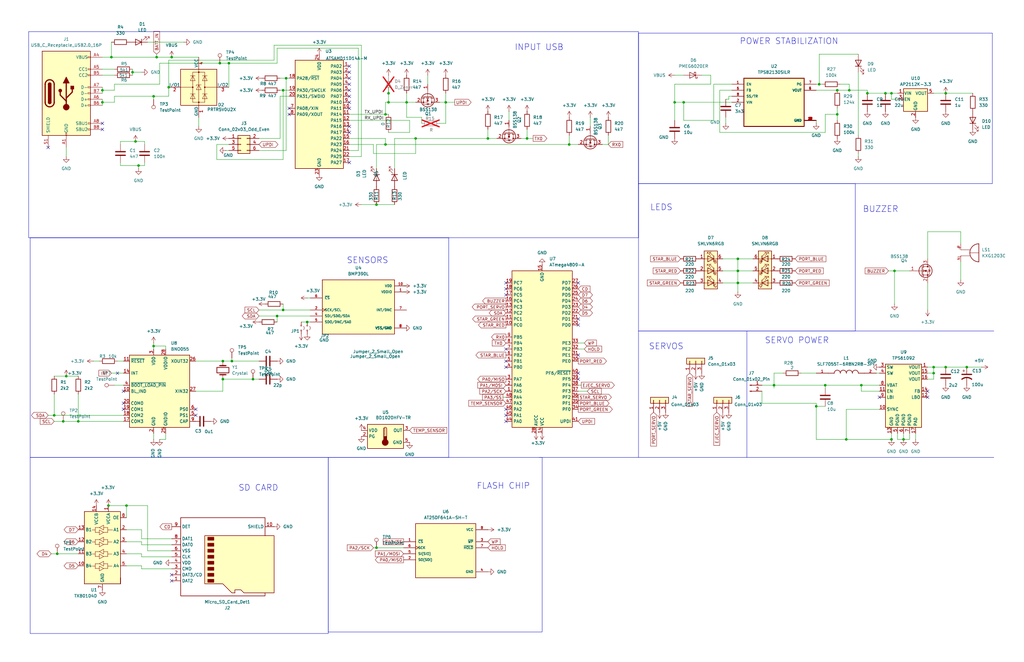
<source format=kicad_sch>
(kicad_sch (version 20250114) (generator "eeschema") (generator_version "9.0")
  (paper "USLedger")
  (rectangle (start 12.065 13.335) (end 269.24 100.33))
  (rectangle (start 12.7 100.33) (end 189.23 193.04))
  (rectangle (start 138.43 193.04) (end 228.6 266.7))
  (rectangle (start 12.7 193.04) (end 138.43 267.335))
  (rectangle (start 269.24 13.97) (end 418.465 77.47))
  (rectangle (start 269.24 77.47) (end 360.68 139.7))
  (text "SD CARD\n" (at 108.966 205.994 0) (effects (font (size 2.54 2.54))))
  (text "INPUT USB" (at 227.33 20.066 0) (effects (font (size 2.54 2.54))))
  (text "BUZZER\n" (at 371.348 88.392 0) (effects (font (size 2.54 2.54))))
  (text "POWER STABILIZATION" (at 332.74 17.526 0) (effects (font (size 2.54 2.54))))
  (text "FLASH CHIP\n" (at 212.2747 205.1733 0) (effects (font (size 2.54 2.54))))
  (text "SENSORS " (at 155.956 109.982 0) (effects (font (size 2.54 2.54))))
  (text "SERVOS\n" (at 280.924 146.304 0) (effects (font (size 2.54 2.54))))
  (text "LEDS\n" (at 278.892 87.63 0) (effects (font (size 2.54 2.54))))
  (text "SERVO POWER\n\n" (at 336.042 145.796 0) (effects (font (size 2.54 2.54))))
  (junction (at 162.56 48.26))
  (junction (at 71.12 36.83))
  (junction (at 106.68 160.02))
  (junction (at 97.79 152.4))
  (junction (at 43.18 43.18))
  (junction (at 46.99 24.13))
  (junction (at 58.42 69.85))
  (junction (at 398.78 39.37))
  (junction (at 171.45 43.18))
  (junction (at 356.87 185.42))
  (junction (at 240.03 60.96))
  (junction (at 24.13 233.68))
  (junction (at 33.02 177.8))
  (junction (at 326.39 162.56))
  (junction (at 162.56 60.96))
  (junction (at 205.74 58.42))
  (junction (at 353.06 38.1))
  (junction (at 311.15 114.3))
  (junction (at 93.98 152.4))
  (junction (at 222.25 58.42))
  (junction (at 381 185.42))
  (junction (at 119.38 130.81))
  (junction (at 55.88 30.48))
  (junction (at 344.17 171.45))
  (junction (at 120.65 33.02))
  (junction (at 129.54 135.89))
  (junction (at 163.83 43.18))
  (junction (at 66.04 24.13))
  (junction (at 358.14 38.1))
  (junction (at 353.06 48.26))
  (junction (at 45.72 213.36))
  (junction (at 92.71 26.67))
  (junction (at 64.77 146.05))
  (junction (at 96.52 26.67))
  (junction (at 43.18 38.1))
  (junction (at 311.15 119.38))
  (junction (at 27.94 158.75))
  (junction (at 158.75 231.14))
  (junction (at 53.34 213.36))
  (junction (at 398.78 154.94))
  (junction (at 93.98 160.02))
  (junction (at 393.7 157.48))
  (junction (at 187.96 43.18))
  (junction (at 72.39 24.13))
  (junction (at 116.84 133.35))
  (junction (at 175.26 58.42))
  (junction (at 288.29 43.18))
  (junction (at 57.15 59.69))
  (junction (at 64.77 40.64))
  (junction (at 373.38 39.37))
  (junction (at 345.44 35.56))
  (junction (at 26.67 177.8))
  (junction (at 393.7 154.94))
  (junction (at 365.76 39.37))
  (junction (at 377.19 114.3))
  (junction (at 375.92 185.42))
  (junction (at 347.98 162.56))
  (junction (at 375.92 39.37))
  (junction (at 158.75 86.36))
  (junction (at 363.22 162.56))
  (junction (at 284.48 43.18))
  (junction (at 163.83 39.37))
  (junction (at 407.67 154.94))
  (junction (at 22.86 175.26))
  (junction (at 119.38 38.1))
  (junction (at 311.15 109.22))
  (no_connect (at 243.84 137.16))
  (no_connect (at 147.32 55.88))
  (no_connect (at 213.36 154.94))
  (no_connect (at 391.16 165.1))
  (no_connect (at 391.16 167.64))
  (no_connect (at 20.32 62.23))
  (no_connect (at 147.32 33.02))
  (no_connect (at 147.32 53.34))
  (no_connect (at 147.32 27.94))
  (no_connect (at 147.32 40.64))
  (no_connect (at 147.32 38.1))
  (no_connect (at 52.07 165.1))
  (no_connect (at 121.92 48.26))
  (no_connect (at 213.36 177.8))
  (no_connect (at 147.32 43.18))
  (no_connect (at 43.18 54.61))
  (no_connect (at 147.32 30.48))
  (no_connect (at 243.84 149.86))
  (no_connect (at 243.84 160.02))
  (no_connect (at 49.53 157.48))
  (no_connect (at 121.92 45.72))
  (no_connect (at 213.36 152.4))
  (no_connect (at 370.84 167.64))
  (no_connect (at 213.36 172.72))
  (no_connect (at 52.07 172.72))
  (no_connect (at 213.36 175.26))
  (no_connect (at 243.84 134.62))
  (no_connect (at 82.55 175.26))
  (no_connect (at 82.55 172.72))
  (no_connect (at 72.39 242.57))
  (no_connect (at 147.32 68.58))
  (no_connect (at 72.39 245.11))
  (no_connect (at 213.36 124.46))
  (no_connect (at 147.32 45.72))
  (no_connect (at 213.36 119.38))
  (no_connect (at 147.32 35.56))
  (no_connect (at 213.36 147.32))
  (no_connect (at 243.84 157.48))
  (no_connect (at 243.84 119.38))
  (no_connect (at 43.18 52.07))
  (no_connect (at 52.07 170.18))
  (no_connect (at 213.36 121.92))
  (wire (pts (xy 311.15 123.19) (xy 311.15 119.38)))
  (wire (pts (xy 53.34 213.36) (xy 62.23 213.36)))
  (wire (pts (xy 162.56 58.42) (xy 162.56 60.96)))
  (wire (pts (xy 82.55 152.4) (xy 93.98 152.4)))
  (wire (pts (xy 369.57 157.48) (xy 370.84 157.48)))
  (wire (pts (xy 386.08 185.42) (xy 386.08 182.88)))
  (wire (pts (xy 33.02 177.8) (xy 52.07 177.8)))
  (wire (pts (xy 83.82 49.53) (xy 83.82 53.34)))
  (wire (pts (xy 398.78 154.94) (xy 407.67 154.94)))
  (wire (pts (xy 347.98 48.26) (xy 353.06 48.26)))
  (wire (pts (xy 50.8 69.85) (xy 58.42 69.85)))
  (wire (pts (xy 72.39 24.13) (xy 83.82 24.13)))
  (wire (pts (xy 71.12 25.4) (xy 115.57 25.4)))
  (wire (pts (xy 57.15 59.69) (xy 60.96 59.69)))
  (wire (pts (xy 120.65 33.02) (xy 118.11 33.02)))
  (wire (pts (xy 147.32 48.26) (xy 162.56 48.26)))
  (wire (pts (xy 118.11 40.64) (xy 121.92 40.64)))
  (wire (pts (xy 22.86 166.37) (xy 22.86 175.26)))
  (wire (pts (xy 377.19 114.3) (xy 383.54 114.3)))
  (wire (pts (xy 311.15 109.22) (xy 317.5 109.22)))
  (wire (pts (xy 43.18 36.83) (xy 43.18 38.1)))
  (wire (pts (xy 256.54 60.96) (xy 254 60.96)))
  (wire (pts (xy 92.71 26.67) (xy 96.52 26.67)))
  (wire (pts (xy 358.14 35.56) (xy 358.14 38.1)))
  (wire (pts (xy 116.84 26.67) (xy 116.84 20.32)))
  (wire (pts (xy 187.96 43.18) (xy 185.42 43.18)))
  (wire (pts (xy 356.87 172.72) (xy 370.84 172.72)))
  (wire (pts (xy 240.03 60.96) (xy 243.84 60.96)))
  (polyline (pts (xy 314.96 193.04) (xy 314.96 139.7)))
  (wire (pts (xy 109.22 63.5) (xy 120.65 63.5)))
  (wire (pts (xy 393.7 160.02) (xy 393.7 157.48)))
  (wire (pts (xy 212.09 167.64) (xy 213.36 167.64)))
  (wire (pts (xy 171.45 123.19) (xy 170.18 123.19)))
  (wire (pts (xy 43.18 43.18) (xy 48.26 43.18)))
  (wire (pts (xy 307.34 40.64) (xy 307.34 41.91)))
  (wire (pts (xy 66.04 24.13) (xy 72.39 24.13)))
  (wire (pts (xy 62.23 17.78) (xy 77.47 17.78)))
  (wire (pts (xy 393.7 39.37) (xy 398.78 39.37)))
  (wire (pts (xy 304.8 114.3) (xy 311.15 114.3)))
  (wire (pts (xy 97.79 151.13) (xy 97.79 152.4)))
  (wire (pts (xy 163.83 43.18) (xy 171.45 43.18)))
  (wire (pts (xy 27.94 66.04) (xy 27.94 62.23)))
  (wire (pts (xy 166.37 58.42) (xy 175.26 58.42)))
  (wire (pts (xy 115.57 19.05) (xy 152.4 19.05)))
  (wire (pts (xy 354.33 35.56) (xy 358.14 35.56)))
  (wire (pts (xy 303.53 55.88) (xy 347.98 55.88)))
  (wire (pts (xy 374.65 114.3) (xy 377.19 114.3)))
  (wire (pts (xy 311.15 114.3) (xy 311.15 109.22)))
  (wire (pts (xy 365.76 38.1) (xy 365.76 39.37)))
  (wire (pts (xy 205.74 58.42) (xy 209.55 58.42)))
  (wire (pts (xy 43.18 38.1) (xy 43.18 39.37)))
  (wire (pts (xy 69.85 146.05) (xy 64.77 146.05)))
  (wire (pts (xy 62.23 213.36) (xy 62.23 232.41)))
  (wire (pts (xy 284.48 31.75) (xy 288.29 31.75)))
  (wire (pts (xy 381 182.88) (xy 381 185.42)))
  (wire (pts (xy 163.83 39.37) (xy 163.83 43.18)))
  (wire (pts (xy 344.17 35.56) (xy 345.44 35.56)))
  (wire (pts (xy 20.32 175.26) (xy 22.86 175.26)))
  (wire (pts (xy 60.96 69.85) (xy 60.96 68.58)))
  (wire (pts (xy 91.44 60.96) (xy 96.52 60.96)))
  (wire (pts (xy 48.26 162.56) (xy 52.07 162.56)))
  (wire (pts (xy 171.45 43.18) (xy 175.26 43.18)))
  (wire (pts (xy 43.18 43.18) (xy 43.18 44.45)))
  (wire (pts (xy 127 135.89) (xy 129.54 135.89)))
  (wire (pts (xy 391.16 157.48) (xy 393.7 157.48)))
  (wire (pts (xy 59.69 228.6) (xy 53.34 228.6)))
  (wire (pts (xy 46.99 24.13) (xy 66.04 24.13)))
  (wire (pts (xy 82.55 165.1) (xy 93.98 165.1)))
  (wire (pts (xy 304.8 119.38) (xy 311.15 119.38)))
  (wire (pts (xy 295.91 31.75) (xy 299.72 31.75)))
  (wire (pts (xy 158.75 86.36) (xy 166.37 86.36)))
  (wire (pts (xy 347.98 162.56) (xy 347.98 163.83)))
  (wire (pts (xy 157.48 64.77) (xy 175.26 64.77)))
  (wire (pts (xy 284.48 43.18) (xy 288.29 43.18)))
  (wire (pts (xy 391.16 97.79) (xy 405.13 97.79)))
  (wire (pts (xy 93.98 160.02) (xy 106.68 160.02)))
  (wire (pts (xy 361.95 22.86) (xy 345.44 22.86)))
  (wire (pts (xy 245.11 162.56) (xy 243.84 162.56)))
  (wire (pts (xy 345.44 22.86) (xy 345.44 35.56)))
  (wire (pts (xy 152.4 86.36) (xy 158.75 86.36)))
  (wire (pts (xy 162.56 60.96) (xy 240.03 60.96)))
  (wire (pts (xy 365.76 39.37) (xy 373.38 39.37)))
  (wire (pts (xy 109.22 58.42) (xy 118.11 58.42)))
  (wire (pts (xy 55.88 29.21) (xy 55.88 30.48)))
  (wire (pts (xy 308.61 40.64) (xy 307.34 40.64)))
  (wire (pts (xy 48.26 38.1) (xy 43.18 38.1)))
  (wire (pts (xy 147.32 60.96) (xy 157.48 60.96)))
  (wire (pts (xy 116.84 133.35) (xy 130.81 133.35)))
  (wire (pts (xy 24.13 233.68) (xy 33.02 233.68)))
  (wire (pts (xy 163.83 36.83) (xy 163.83 39.37)))
  (wire (pts (xy 22.86 175.26) (xy 52.07 175.26)))
  (wire (pts (xy 175.26 64.77) (xy 175.26 58.42)))
  (wire (pts (xy 383.54 185.42) (xy 383.54 182.88)))
  (wire (pts (xy 344.17 171.45) (xy 344.17 170.18)))
  (wire (pts (xy 59.69 238.76) (xy 53.34 238.76)))
  (wire (pts (xy 93.98 152.4) (xy 97.79 152.4)))
  (wire (pts (xy 116.84 20.32) (xy 151.13 20.32)))
  (wire (pts (xy 43.18 31.75) (xy 48.26 31.75)))
  (wire (pts (xy 64.77 182.88) (xy 64.77 185.42)))
  (wire (pts (xy 311.15 114.3) (xy 317.5 114.3)))
  (wire (pts (xy 344.17 185.42) (xy 356.87 185.42)))
  (wire (pts (xy 119.38 130.81) (xy 130.81 130.81)))
  (wire (pts (xy 53.34 213.36) (xy 53.34 218.44)))
  (wire (pts (xy 288.29 50.8) (xy 300.99 50.8)))
  (wire (pts (xy 162.56 48.26) (xy 162.56 43.18)))
  (wire (pts (xy 391.16 97.79) (xy 391.16 109.22)))
  (wire (pts (xy 69.85 147.32) (xy 69.85 146.05)))
  (wire (pts (xy 59.69 234.95) (xy 59.69 233.68)))
  (wire (pts (xy 344.17 171.45) (xy 347.98 171.45)))
  (wire (pts (xy 59.69 233.68) (xy 53.34 233.68)))
  (wire (pts (xy 81.28 177.8) (xy 82.55 177.8)))
  (wire (pts (xy 64.77 41.91) (xy 64.77 40.64)))
  (wire (pts (xy 222.25 58.42) (xy 224.79 58.42)))
  (wire (pts (xy 22.86 177.8) (xy 26.67 177.8)))
  (wire (pts (xy 363.22 162.56) (xy 363.22 165.1)))
  (wire (pts (xy 375.92 41.91) (xy 378.46 41.91)))
  (wire (pts (xy 151.13 20.32) (xy 151.13 63.5)))
  (wire (pts (xy 43.18 41.91) (xy 43.18 43.18)))
  (wire (pts (xy 33.02 166.37) (xy 33.02 177.8)))
  (wire (pts (xy 46.99 157.48) (xy 52.07 157.48)))
  (wire (pts (xy 96.52 26.67) (xy 96.52 36.83)))
  (wire (pts (xy 50.8 60.96) (xy 50.8 59.69)))
  (wire (pts (xy 311.15 109.22) (xy 304.8 109.22)))
  (wire (pts (xy 361.95 64.77) (xy 361.95 66.04)))
  (wire (pts (xy 26.67 177.8) (xy 33.02 177.8)))
  (wire (pts (xy 356.87 185.42) (xy 375.92 185.42)))
  (wire (pts (xy 67.31 26.67) (xy 92.71 26.67)))
  (wire (pts (xy 373.38 39.37) (xy 375.92 39.37)))
  (wire (pts (xy 191.77 43.18) (xy 187.96 43.18)))
  (wire (pts (xy 109.22 130.81) (xy 119.38 130.81)))
  (wire (pts (xy 243.84 144.78) (xy 246.38 144.78)))
  (polyline (pts (xy 269.24 193.04) (xy 269.24 139.7)))
  (wire (pts (xy 69.85 182.88) (xy 69.85 185.42)))
  (wire (pts (xy 284.48 35.56) (xy 284.48 43.18)))
  (wire (pts (xy 248.92 49.53) (xy 248.92 53.34)))
  (wire (pts (xy 172.72 50.8) (xy 172.72 55.88)))
  (wire (pts (xy 58.42 69.85) (xy 60.96 69.85)))
  (wire (pts (xy 303.53 38.1) (xy 303.53 55.88)))
  (wire (pts (xy 62.23 232.41) (xy 72.39 232.41)))
  (wire (pts (xy 405.13 110.49) (xy 405.13 118.11)))
  (wire (pts (xy 97.79 152.4) (xy 109.22 152.4)))
  (wire (pts (xy 407.67 154.94) (xy 414.02 154.94)))
  (wire (pts (xy 306.07 49.53) (xy 306.07 52.07)))
  (wire (pts (xy 171.45 39.37) (xy 171.45 43.18)))
  (wire (pts (xy 347.98 162.56) (xy 363.22 162.56)))
  (wire (pts (xy 185.42 52.07) (xy 187.96 52.07)))
  (wire (pts (xy 55.88 30.48) (xy 59.69 30.48)))
  (wire (pts (xy 363.22 162.56) (xy 370.84 162.56)))
  (wire (pts (xy 115.57 25.4) (xy 115.57 19.05)))
  (wire (pts (xy 118.11 58.42) (xy 118.11 40.64)))
  (wire (pts (xy 344.17 50.8) (xy 344.17 52.07)))
  (wire (pts (xy 240.03 57.15) (xy 240.03 60.96)))
  (wire (pts (xy 109.22 133.35) (xy 116.84 133.35)))
  (wire (pts (xy 166.37 58.42) (xy 166.37 71.12)))
  (wire (pts (xy 171.45 138.43) (xy 170.18 138.43)))
  (wire (pts (xy 64.77 146.05) (xy 64.77 147.32)))
  (wire (pts (xy 171.45 49.53) (xy 177.8 49.53)))
  (wire (pts (xy 162.56 48.26) (xy 163.83 48.26)))
  (wire (pts (xy 50.8 68.58) (xy 50.8 69.85)))
  (wire (pts (xy 307.34 41.91) (xy 306.07 41.91)))
  (wire (pts (xy 43.18 29.21) (xy 48.26 29.21)))
  (wire (pts (xy 158.75 60.96) (xy 158.75 71.12)))
  (wire (pts (xy 152.4 66.04) (xy 147.32 66.04)))
  (wire (pts (xy 284.48 50.8) (xy 284.48 43.18)))
  (wire (pts (xy 247.65 165.1) (xy 243.84 165.1)))
  (wire (pts (xy 393.7 157.48) (xy 393.7 154.94)))
  (wire (pts (xy 91.44 67.31) (xy 91.44 60.96)))
  (wire (pts (xy 67.31 35.56) (xy 67.31 26.67)))
  (wire (pts (xy 175.26 58.42) (xy 205.74 58.42)))
  (wire (pts (xy 59.69 229.87) (xy 72.39 229.87)))
  (wire (pts (xy 222.25 54.61) (xy 222.25 58.42)))
  (wire (pts (xy 118.11 38.1) (xy 119.38 38.1)))
  (wire (pts (xy 356.87 172.72) (xy 356.87 185.42)))
  (wire (pts (xy 71.12 36.83) (xy 71.12 25.4)))
  (wire (pts (xy 378.46 185.42) (xy 381 185.42)))
  (wire (pts (xy 205.74 54.61) (xy 205.74 58.42)))
  (wire (pts (xy 157.48 60.96) (xy 157.48 64.77)))
  (wire (pts (xy 59.69 227.33) (xy 59.69 223.52)))
  (wire (pts (xy 171.45 43.18) (xy 171.45 49.53)))
  (wire (pts (xy 321.31 165.1) (xy 321.31 170.18)))
  (wire (pts (xy 116.84 133.35) (xy 116.84 135.89)))
  (wire (pts (xy 162.56 43.18) (xy 163.83 43.18)))
  (wire (pts (xy 177.8 49.53) (xy 177.8 52.07)))
  (wire (pts (xy 311.15 119.38) (xy 311.15 114.3)))
  (wire (pts (xy 353.06 38.1) (xy 358.14 38.1)))
  (wire (pts (xy 344.17 171.45) (xy 344.17 185.42)))
  (wire (pts (xy 337.82 157.48) (xy 344.17 157.48)))
  (wire (pts (xy 311.15 119.38) (xy 317.5 119.38)))
  (wire (pts (xy 96.52 26.67) (xy 116.84 26.67)))
  (wire (pts (xy 243.84 147.32) (xy 246.38 147.32)))
  (wire (pts (xy 381 185.42) (xy 383.54 185.42)))
  (wire (pts (xy 59.69 223.52) (xy 53.34 223.52)))
  (wire (pts (xy 378.46 182.88) (xy 378.46 185.42)))
  (wire (pts (xy 321.31 162.56) (xy 326.39 162.56)))
  (wire (pts (xy 21.59 233.68) (xy 24.13 233.68)))
  (wire (pts (xy 119.38 67.31) (xy 91.44 67.31)))
  (wire (pts (xy 180.34 31.75) (xy 180.34 35.56)))
  (wire (pts (xy 147.32 58.42) (xy 162.56 58.42)))
  (wire (pts (xy 48.26 35.56) (xy 48.26 38.1)))
  (wire (pts (xy 59.69 229.87) (xy 59.69 228.6)))
  (wire (pts (xy 41.91 152.4) (xy 39.37 152.4)))
  (wire (pts (xy 398.78 39.37) (xy 410.21 39.37)))
  (wire (pts (xy 50.8 59.69) (xy 57.15 59.69)))
  (wire (pts (xy 300.99 50.8) (xy 300.99 35.56)))
  (wire (pts (xy 363.22 165.1) (xy 370.84 165.1)))
  (wire (pts (xy 391.16 160.02) (xy 393.7 160.02)))
  (wire (pts (xy 361.95 30.48) (xy 361.95 57.15)))
  (wire (pts (xy 151.13 63.5) (xy 147.32 63.5)))
  (wire (pts (xy 347.98 55.88) (xy 347.98 48.26)))
  (wire (pts (xy 48.26 35.56) (xy 67.31 35.56)))
  (wire (pts (xy 377.19 114.3) (xy 377.19 128.27)))
  (wire (pts (xy 375.92 185.42) (xy 375.92 182.88)))
  (wire (pts (xy 130.81 135.89) (xy 129.54 135.89)))
  (wire (pts (xy 345.44 35.56) (xy 346.71 35.56)))
  (wire (pts (xy 326.39 157.48) (xy 326.39 162.56)))
  (wire (pts (xy 46.99 17.78) (xy 46.99 24.13)))
  (wire (pts (xy 43.18 24.13) (xy 46.99 24.13)))
  (wire (pts (xy 308.61 38.1) (xy 303.53 38.1)))
  (wire (pts (xy 326.39 157.48) (xy 330.2 157.48)))
  (wire (pts (xy 256.54 57.15) (xy 256.54 60.96)))
  (wire (pts (xy 152.4 19.05) (xy 152.4 66.04)))
  (wire (pts (xy 353.06 45.72) (xy 353.06 48.26)))
  (polyline (pts (xy 227.33 193.04) (xy 419.1 193.04)))
  (wire (pts (xy 106.68 160.02) (xy 109.22 160.02)))
  (wire (pts (xy 353.06 48.26) (xy 353.06 50.8)))
  (wire (pts (xy 358.14 38.1) (xy 365.76 38.1)))
  (wire (pts (xy 214.63 46.99) (xy 214.63 50.8)))
  (wire (pts (xy 96.52 63.5) (xy 95.25 63.5)))
  (wire (pts (xy 187.96 52.07) (xy 187.96 43.18)))
  (wire (pts (xy 66.04 22.86) (xy 66.04 24.13)))
  (wire (pts (xy 344.17 38.1) (xy 353.06 38.1)))
  (wire (pts (xy 299.72 31.75) (xy 299.72 35.56)))
  (wire (pts (xy 187.96 39.37) (xy 187.96 43.18)))
  (wire (pts (xy 121.92 33.02) (xy 120.65 33.02)))
  (wire (pts (xy 59.69 240.03) (xy 59.69 238.76)))
  (wire (pts (xy 45.72 213.36) (xy 53.34 213.36)))
  (wire (pts (xy 288.29 43.18) (xy 308.61 43.18)))
  (wire (pts (xy 119.38 38.1) (xy 119.38 67.31)))
  (wire (pts (xy 48.26 40.64) (xy 48.26 43.18)))
  (wire (pts (xy 120.65 63.5) (xy 120.65 33.02)))
  (wire (pts (xy 375.92 39.37) (xy 375.92 41.91)))
  (wire (pts (xy 64.77 40.64) (xy 71.12 40.64)))
  (wire (pts (xy 64.77 144.78) (xy 64.77 146.05)))
  (wire (pts (xy 391.16 119.38) (xy 391.16 130.81)))
  (wire (pts (xy 69.85 185.42) (xy 67.31 185.42)))
  (wire (pts (xy 49.53 152.4) (xy 52.07 152.4)))
  (wire (pts (xy 22.86 158.75) (xy 27.94 158.75)))
  (wire (pts (xy 130.81 125.73) (xy 129.54 125.73)))
  (wire (pts (xy 222.25 58.42) (xy 219.71 58.42)))
  (wire (pts (xy 93.98 165.1) (xy 93.98 160.02)))
  (wire (pts (xy 71.12 40.64) (xy 71.12 36.83)))
  (wire (pts (xy 158.75 60.96) (xy 162.56 60.96)))
  (wire (pts (xy 326.39 162.56) (xy 347.98 162.56)))
  (wire (pts (xy 119.38 38.1) (xy 121.92 38.1)))
  (wire (pts (xy 299.72 35.56) (xy 284.48 35.56)))
  (wire (pts (xy 288.29 43.18) (xy 288.29 50.8)))
  (wire (pts (xy 119.38 128.27) (xy 119.38 130.81)))
  (wire (pts (xy 55.88 30.48) (xy 55.88 31.75)))
  (wire (pts (xy 158.75 231.14) (xy 170.18 231.14)))
  (wire (pts (xy 321.31 170.18) (xy 344.17 170.18)))
  (wire (pts (xy 393.7 154.94) (xy 398.78 154.94)))
  (wire (pts (xy 147.32 50.8) (xy 172.72 50.8)))
  (wire (pts (xy 60.96 59.69) (xy 60.96 60.96)))
  (wire (pts (xy 48.26 40.64) (xy 64.77 40.64)))
  (wire (pts (xy 171.45 120.65) (xy 170.18 120.65)))
  (wire (pts (xy 58.42 69.85) (xy 58.42 71.12)))
  (wire (pts (xy 300.99 35.56) (xy 308.61 35.56)))
  (wire (pts (xy 391.16 154.94) (xy 393.7 154.94)))
  (wire (pts (xy 172.72 55.88) (xy 163.83 55.88)))
  (polyline (pts (xy 269.24 139.7) (xy 419.1 139.7)))
  (wire (pts (xy 59.69 234.95) (xy 72.39 234.95)))
  (wire (pts (xy 27.94 158.75) (xy 33.02 158.75)))
  (wire (pts (xy 326.39 163.83) (xy 326.39 162.56)))
  (wire (pts (xy 405.13 97.79) (xy 405.13 102.87)))
  (wire (pts (xy 375.92 39.37) (xy 378.46 39.37)))
  (wire (pts (xy 157.48 231.14) (xy 158.75 231.14)))
  (wire (pts (xy 72.39 240.03) (xy 59.69 240.03)))
  (wire (pts (xy 59.69 227.33) (xy 72.39 227.33)))
  (label "RX_UPDI" (at 153.67 50.8 0))
  (label "TX_UPDI" (at 153.67 48.26 0))
  (global_label "EJEC_SERVO" (shape output) (at 245.11 162.56 0) (property "Intersheetrefs" "${INTERSHEET_REFS}" (effects (hide yes))))
  (global_label "TX0" (shape input) (at 213.36 144.78 180) (property "Intersheetrefs" "${INTERSHEET_REFS}" (effects (hide yes))))
  (global_label "RX0" (shape input) (at 256.54 60.96 0) (property "Intersheetrefs" "${INTERSHEET_REFS}" (effects (hide yes))))
  (global_label "BUZZER" (shape input) (at 374.65 114.3 180) (property "Intersheetrefs" "${INTERSHEET_REFS}" (effects (hide yes))))
  (global_label "STAR_RED" (shape input) (at 287.02 114.3 180) (property "Intersheetrefs" "${INTERSHEET_REFS}" (effects (hide yes))))
  (global_label "TX0" (shape output) (at 224.79 58.42 0) (property "Intersheetrefs" "${INTERSHEET_REFS}" (effects (hide yes))))
  (global_label "BATT_IN" (shape input) (at 66.04 22.86 90) (property "Intersheetrefs" "${INTERSHEET_REFS}" (effects (hide yes))))
  (global_label "STAR_GREEN" (shape output) (at 213.36 134.62 180) (property "Intersheetrefs" "${INTERSHEET_REFS}" (effects (hide yes))))
  (global_label "PORT_BLUE" (shape output) (at 243.84 170.18 0) (property "Intersheetrefs" "${INTERSHEET_REFS}" (effects (hide yes))))
  (global_label "CD" (shape output) (at 72.39 222.25 180) (property "Intersheetrefs" "${INTERSHEET_REFS}" (effects (hide yes))))
  (global_label "UPDI" (shape input) (at 243.84 177.8 0) (property "Intersheetrefs" "${INTERSHEET_REFS}" (effects (hide yes))))
  (global_label "PA0{slash}MISO" (shape output) (at 213.36 160.02 180) (property "Intersheetrefs" "${INTERSHEET_REFS}" (effects (hide yes))))
  (global_label "PORT_SERVO" (shape input) (at 275.59 173.99 270) (property "Intersheetrefs" "${INTERSHEET_REFS}" (effects (hide yes))))
  (global_label "D4" (shape bidirectional) (at 21.59 233.68 180) (property "Intersheetrefs" "${INTERSHEET_REFS}" (effects (hide yes))))
  (global_label "PA2{slash}SCK" (shape input) (at 213.36 165.1 180) (property "Intersheetrefs" "${INTERSHEET_REFS}" (effects (hide yes))))
  (global_label "D6" (shape bidirectional) (at 243.84 127 0) (property "Intersheetrefs" "${INTERSHEET_REFS}" (effects (hide yes))))
  (global_label "D5" (shape bidirectional) (at 33.02 238.76 180) (property "Intersheetrefs" "${INTERSHEET_REFS}" (effects (hide yes))))
  (global_label "CD" (shape input) (at 243.84 121.92 0) (property "Intersheetrefs" "${INTERSHEET_REFS}" (effects (hide yes))))
  (global_label "PORT_RED" (shape output) (at 243.84 152.4 0) (property "Intersheetrefs" "${INTERSHEET_REFS}" (effects (hide yes))))
  (global_label "STAR_BLUE" (shape input) (at 287.02 109.22 180) (property "Intersheetrefs" "${INTERSHEET_REFS}" (effects (hide yes))))
  (global_label "WP" (shape input) (at 246.38 144.78 0) (property "Intersheetrefs" "${INTERSHEET_REFS}" (effects (hide yes))))
  (global_label "RX0" (shape output) (at 213.36 142.24 180) (property "Intersheetrefs" "${INTERSHEET_REFS}" (effects (hide yes))))
  (global_label "PA1{slash}MOSI" (shape input) (at 170.18 233.68 180) (property "Intersheetrefs" "${INTERSHEET_REFS}" (effects (hide yes))))
  (global_label "D7" (shape bidirectional) (at 243.84 124.46 0) (property "Intersheetrefs" "${INTERSHEET_REFS}" (effects (hide yes))))
  (global_label "STAR_RED" (shape output) (at 213.36 137.16 180) (property "Intersheetrefs" "${INTERSHEET_REFS}" (effects (hide yes))))
  (global_label "UPDI" (shape bidirectional) (at 109.22 60.96 0) (property "Intersheetrefs" "${INTERSHEET_REFS}" (effects (hide yes))))
  (global_label "PORT_GREEN" (shape input) (at 335.28 119.38 0) (property "Intersheetrefs" "${INTERSHEET_REFS}" (effects (hide yes))))
  (global_label "PA2{slash}SCK" (shape input) (at 157.48 231.14 180) (property "Intersheetrefs" "${INTERSHEET_REFS}" (effects (hide yes))))
  (global_label "PORT_BLUE" (shape input) (at 335.28 109.22 0) (property "Intersheetrefs" "${INTERSHEET_REFS}" (effects (hide yes))))
  (global_label "TEMP_SENSOR" (shape input) (at 172.72 181.61 0) (property "Intersheetrefs" "${INTERSHEET_REFS}" (effects (hide yes))))
  (global_label "STAR_GREEN" (shape input) (at 287.02 119.38 180) (property "Intersheetrefs" "${INTERSHEET_REFS}" (effects (hide yes))))
  (global_label "PA0{slash}MISO" (shape output) (at 170.18 236.22 180) (property "Intersheetrefs" "${INTERSHEET_REFS}" (effects (hide yes))))
  (global_label "SCL" (shape input) (at 247.65 165.1 0) (property "Intersheetrefs" "${INTERSHEET_REFS}" (effects (hide yes))))
  (global_label "D6" (shape bidirectional) (at 33.02 228.6 180) (property "Intersheetrefs" "${INTERSHEET_REFS}" (effects (hide yes))))
  (global_label "INT" (shape input) (at 46.99 157.48 180) (property "Intersheetrefs" "${INTERSHEET_REFS}" (effects (hide yes))))
  (global_label "D4" (shape bidirectional) (at 243.84 129.54 0) (property "Intersheetrefs" "${INTERSHEET_REFS}" (effects (hide yes))))
  (global_label "BUZZER" (shape output) (at 213.36 127 180) (property "Intersheetrefs" "${INTERSHEET_REFS}" (effects (hide yes))))
  (global_label "STAR_SERVO" (shape input) (at 290.83 157.48 270) (property "Intersheetrefs" "${INTERSHEET_REFS}" (effects (hide yes))))
  (global_label "PA1{slash}MOSI" (shape input) (at 213.36 162.56 180) (property "Intersheetrefs" "${INTERSHEET_REFS}" (effects (hide yes))))
  (global_label "PORT_SERVO" (shape output) (at 213.36 129.54 180) (property "Intersheetrefs" "${INTERSHEET_REFS}" (effects (hide yes))))
  (global_label "EJEC_SERVO" (shape input) (at 302.26 173.99 270) (property "Intersheetrefs" "${INTERSHEET_REFS}" (effects (hide yes))))
  (global_label "WP" (shape input) (at 205.74 228.6 0) (property "Intersheetrefs" "${INTERSHEET_REFS}" (effects (hide yes))))
  (global_label "SDA" (shape bidirectional) (at 213.36 132.08 180) (property "Intersheetrefs" "${INTERSHEET_REFS}" (effects (hide yes))))
  (global_label "SDA" (shape bidirectional) (at 20.32 175.26 180) (property "Intersheetrefs" "${INTERSHEET_REFS}" (effects (hide yes))))
  (global_label "D7" (shape bidirectional) (at 33.02 223.52 180) (property "Intersheetrefs" "${INTERSHEET_REFS}" (effects (hide yes))))
  (global_label "SDA" (shape bidirectional) (at 109.22 133.35 180) (property "Intersheetrefs" "${INTERSHEET_REFS}" (effects (hide yes))))
  (global_label "SCL" (shape input) (at 22.86 177.8 180) (property "Intersheetrefs" "${INTERSHEET_REFS}" (effects (hide yes))))
  (global_label "SCL" (shape input) (at 109.22 130.81 180) (property "Intersheetrefs" "${INTERSHEET_REFS}" (effects (hide yes))))
  (global_label "TEMP_SENSOR" (shape input) (at 213.36 170.18 180) (property "Intersheetrefs" "${INTERSHEET_REFS}" (effects (hide yes))))
  (global_label "UPDI" (shape output) (at 191.77 43.18 0) (property "Intersheetrefs" "${INTERSHEET_REFS}" (effects (hide yes))))
  (global_label "HOLD" (shape input) (at 246.38 147.32 0) (property "Intersheetrefs" "${INTERSHEET_REFS}" (effects (hide yes))))
  (global_label "D5" (shape bidirectional) (at 243.84 132.08 0) (property "Intersheetrefs" "${INTERSHEET_REFS}" (effects (hide yes))))
  (global_label "PORT_RED" (shape input) (at 335.28 114.3 0) (property "Intersheetrefs" "${INTERSHEET_REFS}" (effects (hide yes))))
  (global_label "PA3{slash}SS" (shape passive) (at 170.18 228.6 180) (property "Intersheetrefs" "${INTERSHEET_REFS}" (effects (hide yes))))
  (global_label "STAR_BLUE" (shape output) (at 213.36 149.86 180) (property "Intersheetrefs" "${INTERSHEET_REFS}" (effects (hide yes))))
  (global_label "PORT_GREEN" (shape output) (at 243.84 172.72 0) (property "Intersheetrefs" "${INTERSHEET_REFS}" (effects (hide yes))))
  (global_label "PA3{slash}SS" (shape passive) (at 212.09 167.64 180) (property "Intersheetrefs" "${INTERSHEET_REFS}" (effects (hide yes))))
  (global_label "STAR_SERVO" (shape output) (at 243.84 167.64 0) (property "Intersheetrefs" "${INTERSHEET_REFS}" (effects (hide yes))))
  (global_label "HOLD" (shape input) (at 205.74 231.14 0) (property "Intersheetrefs" "${INTERSHEET_REFS}" (effects (hide yes))))
  (symbol (lib_id "power:GND") (at 172.72 186.69 0) (unit 1)
    (property "Reference" "#PWR0171" (effects (hide yes)))
    (property "Value" "GND" (at 172.72 191.77 0))
    (property "Description" "Power symbol creates a global label with name \"GND\" , ground" (effects (hide yes)))
  )
  (symbol (lib_id "power:GND") (at 152.4 184.15 0) (unit 1)
    (property "Reference" "#PWR0172" (effects (hide yes)))
    (property "Value" "GND" (at 152.4 189.23 0))
    (property "Description" "Power symbol creates a global label with name \"GND\" , ground" (effects (hide yes)))
  )
  (symbol (lib_id "Connector:TestPoint") (at 26.67 177.8 0) (unit 1)
    (property "Reference" "TP2" (at 29.21 173.2279 0) (effects (justify left)))
    (property "Value" "TestPoint" (at 29.21 175.7679 0) (effects (justify left)))
    (property "Footprint" "TestPoint:TestPoint_Pad_1.0x1.0mm" (effects (hide yes)))
    (property "Description" "test point" (effects (hide yes)))
  )
  (symbol (lib_id "Device:R") (at 115.57 128.27 90) (unit 1)
    (property "Reference" "R10" (at 115.316 123.444 90))
    (property "Value" "4k7" (at 114.808 125.222 90))
    (property "Footprint" "Resistor_SMD:R_0402_1005Metric" (effects (hide yes)))
    (property "Description" "Resistor" (effects (hide yes)))
  )
  (symbol (lib_id "Connector:TestPoint") (at 24.13 233.68 0) (unit 1)
    (property "Reference" "TP1" (at 26.67 229.1079 0) (effects (justify left)))
    (property "Value" "TestPoint" (at 26.67 231.6479 0) (effects (justify left)))
    (property "Footprint" "TestPoint:TestPoint_Pad_1.0x1.0mm" (effects (hide yes)))
    (property "Description" "test point" (effects (hide yes)))
  )
  (symbol (lib_id "Device:R") (at 290.83 109.22 90) (unit 1)
    (property "Reference" "R21" (at 290.83 109.474 90))
    (property "Value" "220" (at 290.83 111.506 90))
    (property "Footprint" "Resistor_SMD:R_0402_1005Metric" (effects (hide yes)))
    (property "Description" "Resistor" (effects (hide yes)))
  )
  (symbol (lib_id "power:GND") (at 398.78 162.56 0) (unit 1)
    (property "Reference" "#PWR0127" (effects (hide yes)))
    (property "Value" "GND" (at 398.78 167.64 0))
    (property "Description" "Power symbol creates a global label with name \"GND\" , ground" (effects (hide yes)))
  )
  (symbol (lib_id "Device:C") (at 365.76 43.18 0) (unit 1)
    (property "Reference" "C9" (at 369.57 41.9099 0) (effects (justify left)))
    (property "Value" "1u" (at 369.57 44.4499 0) (effects (justify left)))
    (property "Footprint" "Capacitor_SMD:C_0201_0603Metric" (effects (hide yes)))
    (property "Description" "Unpolarized capacitor" (effects (hide yes)))
  )
  (symbol (lib_id "Device:R") (at 205.74 50.8 0) (unit 1)
    (property "Reference" "R17" (at 208.28 49.5299 0) (effects (justify left)))
    (property "Value" "4k7" (at 208.28 52.0699 0) (effects (justify left)))
    (property "Footprint" "Resistor_SMD:R_0402_1005Metric" (effects (hide yes)))
    (property "Description" "Resistor" (effects (hide yes)))
  )
  (symbol (lib_id "power:+3.3V") (at 39.37 152.4 90) (unit 1)
    (property "Reference" "#PWR0181" (effects (hide yes)))
    (property "Value" "+3.3V" (at 35.56 152.4001 90) (effects (justify left)))
    (property "Description" "Power symbol creates a global label with name \"+3.3V\"" (effects (hide yes)))
  )
  (symbol (lib_id "Device:R") (at 350.52 35.56 270) (unit 1)
    (property "Reference" "R27" (at 350.52 29.21 90))
    (property "Value" "100k" (at 350.52 31.75 90))
    (property "Footprint" "Resistor_SMD:R_0402_1005Metric" (effects (hide yes)))
    (property "Description" "Resistor" (effects (hide yes)))
  )
  (symbol (lib_id "power:+3.3V") (at 228.6 182.88 180) (unit 1)
    (property "Reference" "#PWR0174" (effects (hide yes)))
    (property "Value" "+3.3V" (at 226.822 186.944 0))
    (property "Description" "Power symbol creates a global label with name \"+3.3V\"" (effects (hide yes)))
  )
  (symbol (lib_id "Device:R") (at 331.47 119.38 90) (unit 1)
    (property "Reference" "R26" (at 331.724 119.634 90))
    (property "Value" "220" (at 331.47 122.682 90))
    (property "Footprint" "Resistor_SMD:R_0402_1005Metric" (effects (hide yes)))
    (property "Description" "Resistor" (effects (hide yes)))
  )
  (symbol (lib_id "power:GND") (at 307.34 173.99 0) (unit 1)
    (property "Reference" "#PWR0117" (effects (hide yes)))
    (property "Value" "GND" (at 307.3401 177.8 90) (effects (justify right)))
    (property "Description" "Power symbol creates a global label with name \"GND\" , ground" (effects (hide yes)))
  )
  (symbol (lib_id "Connector:TestPoint") (at 48.26 162.56 90) (unit 1)
    (property "Reference" "TP7" (at 44.958 157.48 90))
    (property "Value" "TestPoint" (at 44.958 160.02 90))
    (property "Footprint" "TestPoint:TestPoint_Pad_1.0x1.0mm" (effects (hide yes)))
    (property "Description" "test point" (effects (hide yes)))
  )
  (symbol (lib_id "power:+3.3V") (at 170.18 120.65 270) (unit 1)
    (property "Reference" "#PWR0149" (effects (hide yes)))
    (property "Value" "+3.3V" (at 173.99 120.6499 90) (effects (justify left)))
    (property "Description" "Power symbol creates a global label with name \"+3.3V\"" (effects (hide yes)))
  )
  (symbol (lib_id "Logic_LevelTranslator:TXB0104D") (at 43.18 231.14 0) (mirror y) (unit 1)
    (property "Reference" "U1" (at 40.9859 248.92 0) (effects (justify left)))
    (property "Value" "TXB0104D" (at 40.9859 251.46 0) (effects (justify left)))
    (property "Footprint" "Package_SO:SOIC-14_3.9x8.7mm_P1.27mm" (effects (hide yes)))
    (property "Datasheet" "http://www.ti.com/lit/ds/symlink/txb0104.pdf" (effects (hide yes)))
    (property "Description" "4-Bit Bidirectional Voltage-Level Translator, Auto Direction Sensing and ±15-kV ESD Protection, 1.2 - 3.6V APort, 1.65 - 5.5V BPort, SOIC-14" (effects (hide yes)))
  )
  (symbol (lib_id "Device:R") (at 114.3 33.02 90) (unit 1)
    (property "Reference" "R8" (at 110.998 35.306 90))
    (property "Value" "4k7" (at 114.808 35.306 90))
    (property "Footprint" "Resistor_SMD:R_0402_1005Metric" (effects (hide yes)))
    (property "Description" "Resistor" (effects (hide yes)))
  )
  (symbol (lib_id "power:+3.3V") (at 110.49 33.02 90) (unit 1)
    (property "Reference" "#PWR0150" (effects (hide yes)))
    (property "Value" "+3.3V" (at 106.68 33.0199 90) (effects (justify left)))
    (property "Description" "Power symbol creates a global label with name \"+3.3V\"" (effects (hide yes)))
  )
  (symbol (lib_id "Device:C") (at 347.98 167.64 0) (unit 1)
    (property "Reference" "C8" (at 348.742 170.18 0) (effects (justify left)))
    (property "Value" "10u" (at 348.742 172.72 0) (effects (justify left)))
    (property "Footprint" "Capacitor_SMD:C_0201_0603Metric" (effects (hide yes)))
    (property "Description" "Unpolarized capacitor" (effects (hide yes)))
  )
  (symbol (lib_id "Connector:TestPoint") (at 97.79 151.13 0) (unit 1)
    (property "Reference" "TP5" (at 100.33 146.5579 0) (effects (justify left)))
    (property "Value" "TestPoint" (at 100.33 149.0979 0) (effects (justify left)))
    (property "Footprint" "TestPoint:TestPoint_Pad_1.0x1.0mm" (effects (hide yes)))
    (property "Description" "test point" (effects (hide yes)))
  )
  (symbol (lib_id "power:GND") (at 27.94 66.04 0) (unit 1)
    (property "Reference" "#PWR0141" (effects (hide yes)))
    (property "Value" "GND" (at 27.94 71.12 0))
    (property "Description" "Power symbol creates a global label with name \"GND\" , ground" (effects (hide yes)))
  )
  (symbol (lib_id "KXG1203C[1]:KXG1203C") (at 407.67 107.95 0) (unit 1)
    (property "Reference" "LS1" (at 414.02 105.4099 0) (effects (justify left)))
    (property "Value" "KXG1203C" (at 414.02 107.9499 0) (effects (justify left)))
    (property "Footprint" "KXG1203C:XDCR_KXG1203C" (effects (hide yes)))
    (property "MF" "Kingstate" (effects (hide yes)))
    (property "MAXIMUM_PACKAGE_HEIGHT" "9.5 mm" (effects (hide yes)))
    (property "Package" "None" (effects (hide yes)))
    (property "Price" "None" (effects (hide yes)))
    (property "Check_prices" "https://www.snapeda.com/parts/KXG1203C/Kingstate/view-part/?ref=eda" (effects (hide yes)))
    (property "STANDARD" "IPC 7351B" (effects (hide yes)))
    (property "PARTREV" "1.3" (effects (hide yes)))
    (property "SnapEDA_Link" "https://www.snapeda.com/parts/KXG1203C/Kingstate/view-part/?ref=snap" (effects (hide yes)))
    (property "MP" "KXG1203C" (effects (hide yes)))
    (property "Description_1" "Magnetic Indicator(Active Buzzer), 85Hz, 2.3 dB (SPL), 12 dia.(Ø)/L,  Width, 9.5 Height, Pine Type" (effects (hide yes)))
    (property "Availability" "In Stock" (effects (hide yes)))
    (property "MANUFACTURER" "Kingstate" (effects (hide yes)))
  )
  (symbol (lib_id "LED:SMLVN6RGB") (at 299.72 114.3 0) (unit 1)
    (property "Reference" "D7" (at 299.72 100.33 0))
    (property "Value" "SMLVN6RGB" (at 299.72 102.87 0))
    (property "Footprint" "LED_SMD:LED_ROHM_SMLVN6" (effects (hide yes)))
    (property "Datasheet" "https://www.rohm.com/datasheet/SMLVN6RGB1U" (effects (hide yes)))
    (property "Description" "High Brightness Tri-Color LED, RGB, 3.5x2.8mm" (effects (hide yes)))
  )
  (symbol (lib_id "Connector:TestPoint") (at 158.75 231.14 0) (unit 1)
    (property "Reference" "TP6" (at 161.29 226.5679 0) (effects (justify left)))
    (property "Value" "TestPoint" (at 161.29 229.1079 0) (effects (justify left)))
    (property "Footprint" "TestPoint:TestPoint_Pad_1.0x1.0mm" (effects (hide yes)))
    (property "Description" "test point" (effects (hide yes)))
  )
  (symbol (lib_id "Device:R") (at 256.54 53.34 0) (unit 1)
    (property "Reference" "R20" (at 259.08 52.0699 0) (effects (justify left)))
    (property "Value" "4k7" (at 259.08 54.6099 0) (effects (justify left)))
    (property "Footprint" "Resistor_SMD:R_0402_1005Metric" (effects (hide yes)))
    (property "Description" "Resistor" (effects (hide yes)))
  )
  (symbol (lib_id "power:+3.3V") (at 163.83 31.75 0) (unit 1)
    (property "Reference" "#PWR0133" (effects (hide yes)))
    (property "Value" "+3.3V" (at 163.83 26.67 0))
    (property "Description" "Power symbol creates a global label with name \"+3.3V\"" (effects (hide yes)))
  )
  (symbol (lib_id "Device:LED") (at 361.95 26.67 90) (unit 1)
    (property "Reference" "D9" (at 365.76 26.9874 90) (effects (justify right)))
    (property "Value" "LED" (at 365.76 29.5274 90) (effects (justify right)))
    (property "Footprint" "LED_SMD:LED_0201_0603Metric" (effects (hide yes)))
    (property "Description" "Light emitting diode" (effects (hide yes)))
    (property "Sim.Pins" "1=K 2=A" (effects (hide yes)))
  )
  (symbol (lib_id "Device:C_Polarized_US") (at 407.67 158.75 0) (unit 1)
    (property "Reference" "C13" (at 409.956 156.464 0) (effects (justify left)))
    (property "Value" "100u" (at 409.702 162.306 0) (effects (justify left)))
    (property "Footprint" "Capacitor_SMD:CP_Elec_6.3x5.4" (effects (hide yes)))
    (property "Description" "Polarized capacitor, US symbol" (effects (hide yes)))
  )
  (symbol (lib_id "power:GND") (at 386.08 49.53 0) (unit 1)
    (property "Reference" "#PWR0109" (effects (hide yes)))
    (property "Value" "GND" (at 386.08 54.61 0))
    (property "Description" "Power symbol creates a global label with name \"GND\" , ground" (effects (hide yes)))
  )
  (symbol (lib_id "power:+3.3V") (at 129.54 125.73 90) (unit 1)
    (property "Reference" "#PWR0145" (effects (hide yes)))
    (property "Value" "+3.3V" (at 134.874 122.682 90) (effects (justify left)))
    (property "Description" "Power symbol creates a global label with name \"+3.3V\"" (effects (hide yes)))
  )
  (symbol (lib_id "power:VBUS") (at 284.48 31.75 90) (unit 1)
    (property "Reference" "#PWR0113" (effects (hide yes)))
    (property "Value" "VBUS" (at 280.67 31.7499 90) (effects (justify left)))
    (property "Description" "Power symbol creates a global label with name \"VBUS\"" (effects (hide yes)))
  )
  (symbol (lib_id "power:GND") (at 83.82 53.34 0) (unit 1)
    (property "Reference" "#PWR0155" (effects (hide yes)))
    (property "Value" "GND" (at 83.82 58.42 0))
    (property "Description" "Power symbol creates a global label with name \"GND\" , ground" (effects (hide yes)))
  )
  (symbol (lib_id "Device:R") (at 45.72 152.4 270) (unit 1)
    (property "Reference" "R3" (at 43.18 150.368 90))
    (property "Value" "10k" (at 47.498 150.368 90))
    (property "Footprint" "Resistor_SMD:R_0402_1005Metric" (effects (hide yes)))
    (property "Description" "Resistor" (effects (hide yes)))
  )
  (symbol (lib_id "power:GND") (at 116.84 152.4 90) (unit 1)
    (property "Reference" "#PWR0159" (effects (hide yes)))
    (property "Value" "GND" (at 120.65 152.3999 90) (effects (justify right)))
    (property "Description" "Power symbol creates a global label with name \"GND\" , ground" (effects (hide yes)))
  )
  (symbol (lib_id "power:+3.3V") (at 127 140.97 180) (unit 1)
    (property "Reference" "#PWR0161" (effects (hide yes)))
    (property "Value" "+3.3V" (at 127 146.05 0))
    (property "Description" "Power symbol creates a global label with name \"+3.3V\"" (effects (hide yes)))
  )
  (symbol (lib_id "Device:R") (at 187.96 35.56 0) (unit 1)
    (property "Reference" "R16" (at 190.5 34.2899 0) (effects (justify left)))
    (property "Value" "4k7" (at 190.5 36.8299 0) (effects (justify left)))
    (property "Footprint" "Resistor_SMD:R_0402_1005Metric" (effects (hide yes)))
    (property "Description" "Resistor" (effects (hide yes)))
  )
  (symbol (lib_id "Jumper:Jumper_2_Small_Open") (at 127 138.43 270) (unit 1) (exclude_from_sim yes)
    (property "Reference" "JP1" (at 122.682 139.7 90) (effects (justify left)))
    (property "Value" "Jumper_2_Small_Open" (at 147.574 150.368 90) (effects (justify left)))
    (property "Footprint" "Jumper:SolderJumper-2_P1.3mm_Open_Pad1.0x1.5mm" (effects (hide yes)))
    (property "Description" "Jumper, 2-pole, small symbol, open" (effects (hide yes)))
  )
  (symbol (lib_id "Device:LED") (at 58.42 17.78 180) (unit 1)
    (property "Reference" "D1" (at 60.0075 10.16 0))
    (property "Value" "LED" (at 60.0075 12.7 0))
    (property "Footprint" "LED_SMD:LED_0201_0603Metric" (effects (hide yes)))
    (property "Description" "Light emitting diode" (effects (hide yes)))
    (property "Sim.Pins" "1=K 2=A" (effects (hide yes)))
  )
  (symbol (lib_id "Device:R") (at 181.61 52.07 90) (unit 1) (dnp yes)
    (property "Reference" "R15" (at 181.356 50.038 90))
    (property "Value" "R" (at 181.864 54.864 90))
    (property "Footprint" "Resistor_SMD:R_0402_1005Metric" (effects (hide yes)))
    (property "Description" "Resistor" (effects (hide yes)))
  )
  (symbol (lib_id "Connector_Generic:Conn_01x03") (at 293.37 152.4 90) (unit 1)
    (property "Reference" "J5" (at 298.45 151.1299 90) (effects (justify right)))
    (property "Value" "Conn_01x03" (at 298.45 153.6699 90) (effects (justify right)))
    (property "Footprint" "Connector_PinHeader_2.54mm:PinHeader_1x03_P2.54mm_Vertical" (effects (hide yes)))
    (property "Description" "Generic connector, single row, 01x03, script generated (kicad-library-utils/schlib/autogen/connector/)" (effects (hide yes)))
  )
  (symbol (lib_id "power:+5V") (at 293.37 157.48 180) (unit 1)
    (property "Reference" "#PWR0120" (effects (hide yes)))
    (property "Value" "+5V" (at 293.3701 161.29 90) (effects (justify left)))
    (property "Description" "Power symbol creates a global label with name \"+5V\"" (effects (hide yes)))
  )
  (symbol (lib_id "Device:R") (at 410.21 43.18 0) (unit 1)
    (property "Reference" "R33" (at 412.75 41.9099 0) (effects (justify left)))
    (property "Value" "330" (at 412.75 44.4499 0) (effects (justify left)))
    (property "Footprint" "Resistor_SMD:R_0402_1005Metric" (effects (hide yes)))
    (property "Description" "Resistor" (effects (hide yes)))
  )
  (symbol (lib_id "Device:R") (at 353.06 41.91 0) (unit 1)
    (property "Reference" "R29" (at 355.6 40.6399 0) (effects (justify left)))
    (property "Value" "124k" (at 355.6 43.1799 0) (effects (justify left)))
    (property "Footprint" "Resistor_SMD:R_0402_1005Metric" (effects (hide yes)))
    (property "Description" "Resistor" (effects (hide yes)))
  )
  (symbol (lib_id "power:+3.3V") (at 170.18 123.19 270) (unit 1)
    (property "Reference" "#PWR0147" (effects (hide yes)))
    (property "Value" "+3.3V" (at 173.99 123.1899 90) (effects (justify left)))
    (property "Description" "Power symbol creates a global label with name \"+3.3V\"" (effects (hide yes)))
  )
  (symbol (lib_id "power:VBUS") (at 57.15 59.69 0) (unit 1)
    (property "Reference" "#PWR0156" (effects (hide yes)))
    (property "Value" "VBUS" (at 57.15 54.61 0))
    (property "Description" "Power symbol creates a global label with name \"VBUS\"" (effects (hide yes)))
  )
  (symbol (lib_id "power:GND") (at 58.42 71.12 0) (unit 1)
    (property "Reference" "#PWR0142" (effects (hide yes)))
    (property "Value" "GND" (at 58.42 76.2 0))
    (property "Description" "Power symbol creates a global label with name \"GND\" , ground" (effects (hide yes)))
  )
  (symbol (lib_id "Device:C") (at 113.03 160.02 90) (unit 1)
    (property "Reference" "C5" (at 113.284 155.702 90))
    (property "Value" "22p" (at 117.094 162.56 90))
    (property "Footprint" "Capacitor_SMD:C_0201_0603Metric" (effects (hide yes)))
    (property "Description" "Unpolarized capacitor" (effects (hide yes)))
  )
  (symbol (lib_id "power:GND") (at 407.67 162.56 0) (unit 1)
    (property "Reference" "#PWR0116" (effects (hide yes)))
    (property "Value" "GND" (at 407.67 167.64 0))
    (property "Description" "Power symbol creates a global label with name \"GND\" , ground" (effects (hide yes)))
  )
  (symbol (lib_id "Device:LED") (at 166.37 74.93 270) (unit 1)
    (property "Reference" "D5" (at 158.75 73.3425 0))
    (property "Value" "LED" (at 170.688 74.168 0))
    (property "Footprint" "LED_SMD:LED_0201_0603Metric" (effects (hide yes)))
    (property "Description" "Light emitting diode" (effects (hide yes)))
    (property "Sim.Pins" "1=K 2=A" (effects (hide yes)))
  )
  (symbol (lib_id "Device:C") (at 398.78 43.18 0) (unit 1)
    (property "Reference" "C11" (at 402.59 41.9099 0) (effects (justify left)))
    (property "Value" "1u" (at 402.59 44.4499 0) (effects (justify left)))
    (property "Footprint" "Capacitor_SMD:C_0201_0603Metric" (effects (hide yes)))
    (property "Description" "Unpolarized capacitor" (effects (hide yes)))
  )
  (symbol (lib_id "Device:Crystal") (at 93.98 156.21 90) (unit 1)
    (property "Reference" "Y1" (at 97.79 154.9399 90) (effects (justify right)))
    (property "Value" "Crystal" (at 97.79 157.4799 90) (effects (justify right)))
    (property "Footprint" "Crystal:Crystal_C26-LF_D2.1mm_L6.5mm_Vertical" (effects (hide yes)))
    (property "Description" "Two pin crystal" (effects (hide yes)))
  )
  (symbol (lib_id "BMP390L:BMP390L") (at 151.13 130.81 0) (unit 1)
    (property "Reference" "U4" (at 151.13 113.03 0))
    (property "Value" "BMP390L" (at 151.13 115.57 0))
    (property "Footprint" "BMP390L:XDCR_BMP390L" (effects (hide yes)))
    (property "MF" "Bosch Sensortec" (effects (hide yes)))
    (property "MAXIMUM_PACKAGE_HEIGHT" "0.8 mm" (effects (hide yes)))
    (property "Package" "None" (effects (hide yes)))
    (property "Price" "None" (effects (hide yes)))
    (property "Check_prices" "https://www.snapeda.com/parts/BMP390L/Bosch/view-part/?ref=eda" (effects (hide yes)))
    (property "STANDARD" "Manufacturer Recommendation" (effects (hide yes)))
    (property "PARTREV" "1.7" (effects (hide yes)))
    (property "SnapEDA_Link" "https://www.snapeda.com/parts/BMP390L/Bosch/view-part/?ref=snap" (effects (hide yes)))
    (property "MP" "BMP390L" (effects (hide yes)))
    (property "Description_1" "\n                        \n                            Pressure Sensor Development Tools Evaluation Shuttle Board for the BMP390L\n                        \n" (effects (hide yes)))
    (property "MANUFACTURER" "BOSCH" (effects (hide yes)))
    (property "Availability" "In Stock" (effects (hide yes)))
    (property "SNAPEDA_PN" "BMP390L" (effects (hide yes)))
  )
  (symbol (lib_id "Device:C") (at 306.07 45.72 0) (unit 1)
    (property "Reference" "C7" (at 309.88 44.4499 0) (effects (justify left)))
    (property "Value" "3n3" (at 309.88 46.9899 0) (effects (justify left)))
    (property "Footprint" "Capacitor_SMD:C_0201_0603Metric" (effects (hide yes)))
    (property "Description" "Unpolarized capacitor" (effects (hide yes)))
  )
  (symbol (lib_id "power:GND") (at 72.39 237.49 270) (unit 1)
    (property "Reference" "#PWR0163" (effects (hide yes)))
    (property "Value" "GND" (at 68.58 237.4899 90) (effects (justify right)))
    (property "Description" "Power symbol creates a global label with name \"GND\" , ground" (effects (hide yes)))
  )
  (symbol (lib_id "power:GND") (at 373.38 46.99 0) (unit 1)
    (property "Reference" "#PWR0112" (effects (hide yes)))
    (property "Value" "GND" (at 373.38 52.07 0))
    (property "Description" "Power symbol creates a global label with name \"GND\" , ground" (effects (hide yes)))
  )
  (symbol (lib_id "Device:D_Zener") (at 163.83 35.56 270) (unit 1) (dnp yes)
    (property "Reference" "D4" (at 166.37 34.2899 90) (effects (justify left)))
    (property "Value" "D_Zener" (at 166.37 36.8299 90) (effects (justify left)))
    (property "Description" "Zener diode" (effects (hide yes)))
  )
  (symbol (lib_id "Sensor_Temperature:BD1020HFV") (at 162.56 184.15 0) (unit 1)
    (property "Reference" "U5" (at 162.56 173.99 0))
    (property "Value" "BD1020HFV-TR" (at 165.862 176.276 0))
    (property "Footprint" "Package_TO_SOT_SMD:HVSOF5" (effects (hide yes)))
    (property "Datasheet" "http://rohmfs.rohm.com/en/products/databook/datasheet/ic/sensor/temperature/bd1020hfv-e.pdf" (effects (hide yes)))
    (property "Description" "Analog Output Temperature Sensor" (effects (hide yes)))
  )
  (symbol (lib_id "power:GND") (at 115.57 222.25 90) (unit 1)
    (property "Reference" "#PWR0162" (effects (hide yes)))
    (property "Value" "GND" (at 119.38 222.2499 90) (effects (justify right)))
    (property "Description" "Power symbol creates a global label with name \"GND\" , ground" (effects (hide yes)))
  )
  (symbol (lib_id "power:+3.3V") (at 110.49 38.1 90) (unit 1)
    (property "Reference" "#PWR0151" (effects (hide yes)))
    (property "Value" "+3.3V" (at 106.68 38.0999 90) (effects (justify left)))
    (property "Description" "Power symbol creates a global label with name \"+3.3V\"" (effects (hide yes)))
  )
  (symbol (lib_id "power:GND") (at 410.21 54.61 0) (unit 1)
    (property "Reference" "#PWR0115" (effects (hide yes)))
    (property "Value" "GND" (at 410.21 59.69 0))
    (property "Description" "Power symbol creates a global label with name \"GND\" , ground" (effects (hide yes)))
  )
  (symbol (lib_id "power:+3.3V") (at 64.77 144.78 0) (unit 1)
    (property "Reference" "#PWR0177" (effects (hide yes)))
    (property "Value" "+3.3V" (at 64.77 139.7 0))
    (property "Description" "Power symbol creates a global label with name \"+3.3V\"" (effects (hide yes)))
  )
  (symbol (lib_id "power:GND") (at 228.6 111.76 180) (unit 1)
    (property "Reference" "#PWR0148" (effects (hide yes)))
    (property "Value" "GND" (at 228.6 106.68 0))
    (property "Description" "Power symbol creates a global label with name \"GND\" , ground" (effects (hide yes)))
  )
  (symbol (lib_id "power:+3.3V") (at 180.34 31.75 0) (unit 1)
    (property "Reference" "#PWR0137" (effects (hide yes)))
    (property "Value" "+3.3V" (at 180.34 26.67 0))
    (property "Description" "Power symbol creates a global label with name \"+3.3V\"" (effects (hide yes)))
  )
  (symbol (lib_id "power:GND") (at 375.92 185.42 0) (unit 1)
    (property "Reference" "#PWR0125" (effects (hide yes)))
    (property "Value" "GND" (at 375.92 190.5 0))
    (property "Description" "Power symbol creates a global label with name \"GND\" , ground" (effects (hide yes)))
  )
  (symbol (lib_id "power:GND") (at 95.25 63.5 270) (unit 1)
    (property "Reference" "#PWR0157" (effects (hide yes)))
    (property "Value" "GND" (at 98.298 65.532 90) (effects (justify right)))
    (property "Description" "Power symbol creates a global label with name \"GND\" , ground" (effects (hide yes)))
  )
  (symbol (lib_id "power:+3.3V") (at 205.74 223.52 270) (unit 1)
    (property "Reference" "#PWR0169" (effects (hide yes)))
    (property "Value" "+3.3V" (at 209.55 223.5199 90) (effects (justify left)))
    (property "Description" "Power symbol creates a global label with name \"+3.3V\"" (effects (hide yes)))
  )
  (symbol (lib_id "power:GND") (at 77.47 17.78 90) (unit 1)
    (property "Reference" "#PWR0182" (effects (hide yes)))
    (property "Value" "GND" (at 81.28 17.7799 90) (effects (justify right)))
    (property "Description" "Power symbol creates a global label with name \"GND\" , ground" (effects (hide yes)))
  )
  (symbol (lib_id "Device:R") (at 33.02 162.56 0) (unit 1)
    (property "Reference" "R2" (at 35.56 161.2899 0) (effects (justify left)))
    (property "Value" "2k2" (at 35.56 163.8299 0) (effects (justify left)))
    (property "Footprint" "Resistor_SMD:R_0402_1005Metric" (effects (hide yes)))
    (property "Description" "Resistor" (effects (hide yes)))
  )
  (symbol (lib_id "Connector:TestPoint") (at 64.77 41.91 180) (unit 1)
    (property "Reference" "TP3" (at 67.31 43.9419 0) (effects (justify right)))
    (property "Value" "TestPoint" (at 67.31 46.4819 0) (effects (justify right)))
    (property "Footprint" "TestPoint:TestPoint_Pad_1.0x1.0mm" (effects (hide yes)))
    (property "Description" "test point" (effects (hide yes)))
  )
  (symbol (lib_id "power:GND") (at 116.84 160.02 90) (unit 1)
    (property "Reference" "#PWR0160" (effects (hide yes)))
    (property "Value" "GND" (at 120.65 160.0199 90) (effects (justify right)))
    (property "Description" "Power symbol creates a global label with name \"GND\" , ground" (effects (hide yes)))
  )
  (symbol (lib_id "MCU_Microchip_SAMD:ATSAMD11D14A-M") (at 134.62 48.26 0) (unit 1)
    (property "Reference" "U3" (at 137.16 21.59 0) (effects (justify left)))
    (property "Value" "ATSAMD11D14A-M" (at 137.414 24.638 0) (effects (justify left)))
    (property "Footprint" "Package_DFN_QFN:QFN-24-1EP_4x4mm_P0.5mm_EP2.6x2.6mm" (effects (hide yes)))
    (property "Datasheet" "http://ww1.microchip.com/downloads/en/DeviceDoc/Atmel-42363-SAM-D11_Datasheet.pdf" (effects (hide yes)))
    (property "Description" "ARM Cortex-M0+ MCU, 48MHz, 16KB Flash, 4KB RAM, 1.6-3.6V, 22 GPIO, QFN-24" (effects (hide yes)))
  )
  (symbol (lib_id "power:+3.3V") (at 391.16 130.81 180) (unit 1)
    (property "Reference" "#PWR0130" (effects (hide yes)))
    (property "Value" "+3.3V" (at 391.16 135.89 0))
    (property "Description" "Power symbol creates a global label with name \"+3.3V\"" (effects (hide yes)))
  )
  (symbol (lib_id "power:+3.3V") (at 222.25 46.99 0) (unit 1)
    (property "Reference" "#PWR0136" (effects (hide yes)))
    (property "Value" "+3.3V" (at 222.25 41.91 0))
    (property "Description" "Power symbol creates a global label with name \"+3.3V\"" (effects (hide yes)))
  )
  (symbol (lib_id "Regulator_Switching:TPS61092") (at 381 167.64 0) (unit 1)
    (property "Reference" "U9" (at 381 148.59 0))
    (property "Value" "TPS61092" (at 381 151.13 0))
    (property "Footprint" "Package_DFN_QFN:Texas_RSA_VQFN-16-1EP_4x4mm_P0.65mm_EP2.7x2.7mm_ThermalVias" (effects (hide yes)))
    (property "Datasheet" "http://www.ti.com/lit/ds/symlink/tps61090.pdf" (effects (hide yes)))
    (property "Description" "2A Step-Up DC-DC Converter for Batteries, Isw up to 2500mA, 5V Output Voltage, QFN-16" (effects (hide yes)))
  )
  (symbol (lib_id "Regulator_Linear:AP2112K-3.3") (at 386.08 41.91 0) (unit 1)
    (property "Reference" "U10" (at 386.08 33.02 0))
    (property "Value" "AP2112K-3.3" (at 386.08 35.56 0))
    (property "Footprint" "Package_TO_SOT_SMD:SOT-23-5" (effects (hide yes)))
    (property "Datasheet" "https://www.diodes.com/assets/Datasheets/AP2112.pdf" (effects (hide yes)))
    (property "Description" "600mA low dropout linear regulator, with enable pin, 3.8V-6V input voltage range, 3.3V fixed positive output, SOT-23-5" (effects (hide yes)))
  )
  (symbol (lib_id "power:+3.3V") (at 205.74 46.99 0) (unit 1)
    (property "Reference" "#PWR0140" (effects (hide yes)))
    (property "Value" "+3.3V" (at 205.74 41.91 0))
    (property "Description" "Power symbol creates a global label with name \"+3.3V\"" (effects (hide yes)))
  )
  (symbol (lib_id "power:+3.3V") (at 171.45 31.75 0) (unit 1)
    (property "Reference" "#PWR0139" (effects (hide yes)))
    (property "Value" "+3.3V" (at 171.45 26.67 0))
    (property "Description" "Power symbol creates a global label with name \"+3.3V\"" (effects (hide yes)))
  )
  (symbol (lib_id "power:GND") (at 370.84 154.94 270) (unit 1)
    (property "Reference" "#PWR0128" (effects (hide yes)))
    (property "Value" "GND" (at 369.824 152.146 90) (effects (justify right)))
    (property "Description" "Power symbol creates a global label with name \"GND\" , ground" (effects (hide yes)))
  )
  (symbol (lib_id "power:GND") (at 134.62 73.66 0) (unit 1)
    (property "Reference" "#PWR0144" (effects (hide yes)))
    (property "Value" "GND" (at 134.62 78.74 0))
    (property "Description" "Power symbol creates a global label with name \"GND\" , ground" (effects (hide yes)))
  )
  (symbol (lib_id "Connector:Conn_01x02_Pin") (at 316.23 162.56 0) (unit 1)
    (property "Reference" "J7" (at 316.865 157.48 0))
    (property "Value" "Conn_01x02_Pin" (at 316.865 160.02 0))
    (property "Footprint" "Connector_JST:JST_PH_B2B-PH-K_1x02_P2.00mm_Vertical" (effects (hide yes)))
    (property "Description" "Generic connector, single row, 01x02, script generated" (effects (hide yes)))
  )
  (symbol (lib_id "Device:C") (at 60.96 64.77 0) (unit 1)
    (property "Reference" "C2" (at 64.77 63.4999 0) (effects (justify left)))
    (property "Value" "100n" (at 64.77 66.0399 0) (effects (justify left)))
    (property "Footprint" "Capacitor_SMD:C_0201_0603Metric" (effects (hide yes)))
    (property "Description" "Unpolarized capacitor" (effects (hide yes)))
  )
  (symbol (lib_id "power:+3.3V") (at 248.92 49.53 0) (unit 1)
    (property "Reference" "#PWR0105" (effects (hide yes)))
    (property "Value" "+3.3V" (at 248.92 44.45 0))
    (property "Description" "Power symbol creates a global label with name \"+3.3V\"" (effects (hide yes)))
  )
  (symbol (lib_id "Connector_Generic:Conn_01x03") (at 278.13 168.91 90) (unit 1)
    (property "Reference" "J4" (at 283.21 167.6399 90) (effects (justify right)))
    (property "Value" "Conn_01x03" (at 282.956 170.688 90) (effects (justify right)))
    (property "Footprint" "Connector_PinHeader_2.54mm:PinHeader_1x03_P2.54mm_Vertical" (effects (hide yes)))
    (property "Description" "Generic connector, single row, 01x03, script generated (kicad-library-utils/schlib/autogen/connector/)" (effects (hide yes)))
  )
  (symbol (lib_id "power:+3.3V") (at 256.54 49.53 0) (unit 1)
    (property "Reference" "#PWR0106" (effects (hide yes)))
    (property "Value" "+3.3V" (at 256.54 44.45 0))
    (property "Description" "Power symbol creates a global label with name \"+3.3V\"" (effects (hide yes)))
  )
  (symbol (lib_id "power:GND") (at 170.18 138.43 90) (unit 1)
    (property "Reference" "#PWR0167" (effects (hide yes)))
    (property "Value" "GND" (at 173.99 138.4299 90) (effects (justify right)))
    (property "Description" "Power symbol creates a global label with name \"GND\" , ground" (effects (hide yes)))
  )
  (symbol (lib_id "Device:C") (at 85.09 177.8 90) (unit 1)
    (property "Reference" "C3" (at 83.566 181.864 90))
    (property "Value" "0u1" (at 88.138 182.118 90))
    (property "Footprint" "Capacitor_SMD:C_0201_0603Metric" (effects (hide yes)))
    (property "Description" "Unpolarized capacitor" (effects (hide yes)))
  )
  (symbol (lib_id "Connector:Micro_SD_Card_Det1") (at 95.25 234.95 0) (mirror x) (unit 1)
    (property "Reference" "J2" (at 95.885 256.54 0))
    (property "Value" "Micro_SD_Card_Det1" (at 95.885 254 0))
    (property "Footprint" "Connector_Card:microSD_HC_Hirose_DM3D-SF" (effects (hide yes)))
    (property "Datasheet" "https://datasheet.lcsc.com/lcsc/2110151630_XKB-Connectivity-XKTF-015-N_C381082.pdf" (effects (hide yes)))
    (property "Description" "Micro SD Card Socket with one card detection pin" (effects (hide yes)))
  )
  (symbol (lib_id "power:+3.3V") (at 187.96 31.75 0) (unit 1)
    (property "Reference" "#PWR0138" (effects (hide yes)))
    (property "Value" "+3.3V" (at 187.96 26.67 0))
    (property "Description" "Power symbol creates a global label with name \"+3.3V\"" (effects (hide yes)))
  )
  (symbol (lib_id "Device:R") (at 353.06 54.61 0) (unit 1)
    (property "Reference" "R30" (at 355.6 53.3399 0) (effects (justify left)))
    (property "Value" "100k" (at 355.6 55.8799 0) (effects (justify left)))
    (property "Footprint" "Resistor_SMD:R_0402_1005Metric" (effects (hide yes)))
    (property "Description" "Resistor" (effects (hide yes)))
  )
  (symbol (lib_id "Device:C") (at 113.03 152.4 90) (unit 1)
    (property "Reference" "C4" (at 113.03 148.336 90))
    (property "Value" "22p" (at 113.03 157.226 90))
    (property "Footprint" "Capacitor_SMD:C_0201_0603Metric" (effects (hide yes)))
    (property "Description" "Unpolarized capacitor" (effects (hide yes)))
  )
  (symbol (lib_id "power:+3.3V") (at 96.52 58.42 90) (unit 1)
    (property "Reference" "#PWR0153" (effects (hide yes)))
    (property "Value" "+3.3V" (at 92.71 58.4199 90) (effects (justify left)))
    (property "Description" "Power symbol creates a global label with name \"+3.3V\"" (effects (hide yes)))
  )
  (symbol (lib_id "Device:R") (at 290.83 119.38 90) (unit 1)
    (property "Reference" "R23" (at 291.084 119.634 90))
    (property "Value" "220" (at 290.83 122.682 90))
    (property "Footprint" "Resistor_SMD:R_0402_1005Metric" (effects (hide yes)))
    (property "Description" "Resistor" (effects (hide yes)))
  )
  (symbol (lib_id "Jumper:Jumper_2_Small_Open") (at 129.54 138.43 270) (unit 1) (exclude_from_sim yes)
    (property "Reference" "JP2" (at 135.128 141.732 90) (effects (justify left)))
    (property "Value" "Jumper_2_Small_Open" (at 148.844 148.336 90) (effects (justify left)))
    (property "Footprint" "Jumper:SolderJumper-2_P1.3mm_Open_Pad1.0x1.5mm" (effects (hide yes)))
    (property "Description" "Jumper, 2-pole, small symbol, open" (effects (hide yes)))
  )
  (symbol (lib_id "power:GND") (at 295.91 157.48 0) (unit 1)
    (property "Reference" "#PWR0118" (effects (hide yes)))
    (property "Value" "GND" (at 295.9101 161.29 90) (effects (justify right)))
    (property "Description" "Power symbol creates a global label with name \"GND\" , ground" (effects (hide yes)))
  )
  (symbol (lib_id "LED:SMLVN6RGB") (at 322.58 114.3 0) (mirror y) (unit 1)
    (property "Reference" "D8" (at 322.58 100.33 0))
    (property "Value" "SMLVN6RGB" (at 322.58 102.87 0))
    (property "Footprint" "LED_SMD:LED_ROHM_SMLVN6" (effects (hide yes)))
    (property "Datasheet" "https://www.rohm.com/datasheet/SMLVN6RGB1U" (effects (hide yes)))
    (property "Description" "High Brightness Tri-Color LED, RGB, 3.5x2.8mm" (effects (hide yes)))
  )
  (symbol (lib_id "power:+3.3V") (at 398.78 39.37 0) (unit 1)
    (property "Reference" "#PWR0108" (effects (hide yes)))
    (property "Value" "+3.3V" (at 398.78 34.29 0))
    (property "Description" "Power symbol creates a global label with name \"+3.3V\"" (effects (hide yes)))
  )
  (symbol (lib_id "Transistor_FET:BSS138") (at 248.92 58.42 270) (unit 1)
    (property "Reference" "Q3" (at 252.984 53.34 0))
    (property "Value" "BSS138" (at 251.206 53.34 0))
    (property "Footprint" "Package_TO_SOT_SMD:SOT-23" (effects (hide yes)))
    (property "Datasheet" "https://www.onsemi.com/pub/Collateral/BSS138-D.PDF" (effects (hide yes)))
    (property "Description" "50V Vds, 0.22A Id, N-Channel MOSFET, SOT-23" (effects (hide yes)))
  )
  (symbol (lib_id "power:GND") (at 306.07 52.07 0) (unit 1)
    (property "Reference" "#PWR0103" (effects (hide yes)))
    (property "Value" "GND" (at 301.498 51.562 0))
    (property "Description" "Power symbol creates a global label with name \"GND\" , ground" (effects (hide yes)))
  )
  (symbol (lib_id "Device:C") (at 398.78 158.75 0) (unit 1)
    (property "Reference" "C12" (at 400.812 156.718 0) (effects (justify left)))
    (property "Value" "2u2" (at 400.05 162.56 0) (effects (justify left)))
    (property "Footprint" "Capacitor_SMD:C_0201_0603Metric" (effects (hide yes)))
    (property "Description" "Unpolarized capacitor" (effects (hide yes)))
  )
  (symbol (lib_id "power:GND") (at 43.18 248.92 0) (unit 1)
    (property "Reference" "#PWR0164" (effects (hide yes)))
    (property "Value" "GND" (at 43.18 254 0))
    (property "Description" "Power symbol creates a global label with name \"GND\" , ground" (effects (hide yes)))
  )
  (symbol (lib_id "Device:R") (at 50.8 17.78 270) (unit 1)
    (property "Reference" "R4" (at 50.8 11.43 90))
    (property "Value" "330" (at 50.8 13.97 90))
    (property "Footprint" "Resistor_SMD:R_0402_1005Metric" (effects (hide yes)))
    (property "Description" "Resistor" (effects (hide yes)))
  )
  (symbol (lib_id "Device:R") (at 52.07 29.21 90) (unit 1)
    (property "Reference" "R5" (at 52.324 26.924 90))
    (property "Value" "5k1" (at 52.324 29.464 90))
    (property "Footprint" "Resistor_SMD:R_0402_1005Metric" (effects (hide yes)))
    (property "Description" "Resistor" (effects (hide yes)))
  )
  (symbol (lib_id "Device:R") (at 114.3 38.1 90) (unit 1)
    (property "Reference" "R9" (at 110.744 40.386 90))
    (property "Value" "4k7" (at 114.808 40.386 90))
    (property "Footprint" "Resistor_SMD:R_0402_1005Metric" (effects (hide yes)))
    (property "Description" "Resistor" (effects (hide yes)))
  )
  (symbol (lib_id "Connector:TestPoint") (at 92.71 26.67 0) (unit 1)
    (property "Reference" "TP4" (at 95.25 22.0979 0) (effects (justify left)))
    (property "Value" "TestPoint" (at 95.25 24.6379 0) (effects (justify left)))
    (property "Footprint" "TestPoint:TestPoint_Pad_1.0x1.0mm" (effects (hide yes)))
    (property "Description" "test point" (effects (hide yes)))
  )
  (symbol (lib_id "Device:R") (at 334.01 157.48 270) (unit 1)
    (property "Reference" "R28" (at 332.486 153.162 90))
    (property "Value" "2" (at 334.01 155.194 90))
    (property "Footprint" "Resistor_SMD:R_0402_1005Metric" (effects (hide yes)))
    (property "Description" "Resistor" (effects (hide yes)))
  )
  (symbol (lib_id "power:+3.3V") (at 240.03 49.53 0) (unit 1)
    (property "Reference" "#PWR0104" (effects (hide yes)))
    (property "Value" "+3.3V" (at 240.03 44.45 0))
    (property "Description" "Power symbol creates a global label with name \"+3.3V\"" (effects (hide yes)))
  )
  (symbol (lib_id "Sensor_Motion:BNO055") (at 67.31 165.1 0) (unit 1)
    (property "Reference" "U8" (at 71.9933 144.78 0) (effects (justify left)))
    (property "Value" "BNO055" (at 71.9933 147.32 0) (effects (justify left)))
    (property "Footprint" "Package_LGA:LGA-28_5.2x3.8mm_P0.5mm" (effects (hide yes)))
    (property "Datasheet" "https://www.bosch-sensortec.com/media/boschsensortec/downloads/datasheets/bst-bno055-ds000.pdf" (effects (hide yes)))
    (property "Description" "Intelligent 9-axis absolute orientation sensor, LGA-28" (effects (hide yes)))
  )
  (symbol (lib_id "power:GND") (at 398.78 46.99 0) (unit 1)
    (property "Reference" "#PWR0107" (effects (hide yes)))
    (property "Value" "GND" (at 398.78 52.07 0))
    (property "Description" "Power symbol creates a global label with name \"GND\" , ground" (effects (hide yes)))
  )
  (symbol (lib_id "Device:C") (at 373.38 43.18 0) (unit 1)
    (property "Reference" "C10" (at 377.19 41.9099 0) (effects (justify left)))
    (property "Value" "22u" (at 377.19 44.4499 0) (effects (justify left)))
    (property "Footprint" "Capacitor_SMD:C_0201_0603Metric" (effects (hide yes)))
    (property "Description" "Unpolarized capacitor" (effects (hide yes)))
  )
  (symbol (lib_id "power:GND") (at 59.69 30.48 90) (unit 1)
    (property "Reference" "#PWR0152" (effects (hide yes)))
    (property "Value" "GND" (at 63.5 30.4799 90) (effects (justify right)))
    (property "Description" "Power symbol creates a global label with name \"GND\" , ground" (effects (hide yes)))
  )
  (symbol (lib_id "power:+3.3V") (at 226.06 182.88 180) (unit 1)
    (property "Reference" "#PWR0173" (effects (hide yes)))
    (property "Value" "+3.3V" (effects (hide yes)))
    (property "Description" "Power symbol creates a global label with name \"+3.3V\"" (effects (hide yes)))
  )
  (symbol (lib_id "power:+3.3V") (at 152.4 86.36 90) (unit 1)
    (property "Reference" "#PWR0143" (effects (hide yes)))
    (property "Value" "+3.3V" (at 148.59 86.3599 90) (effects (justify left)))
    (property "Description" "Power symbol creates a global label with name \"+3.3V\"" (effects (hide yes)))
  )
  (symbol (lib_id "power:VBUS") (at 72.39 24.13 0) (unit 1)
    (property "Reference" "#PWR0154" (effects (hide yes)))
    (property "Value" "VBUS" (at 72.39 19.05 0))
    (property "Description" "Power symbol creates a global label with name \"VBUS\"" (effects (hide yes)))
  )
  (symbol (lib_id "power:+3.3V") (at 27.94 158.75 0) (unit 1)
    (property "Reference" "#PWR0175" (effects (hide yes)))
    (property "Value" "+3.3V" (at 31.496 157.48 0))
    (property "Description" "Power symbol creates a global label with name \"+3.3V\"" (effects (hide yes)))
  )
  (symbol (lib_id "Device:R") (at 290.83 114.3 90) (unit 1)
    (property "Reference" "R22" (at 290.83 114.3 90))
    (property "Value" "220" (at 290.83 116.84 90))
    (property "Footprint" "Resistor_SMD:R_0402_1005Metric" (effects (hide yes)))
    (property "Description" "Resistor" (effects (hide yes)))
  )
  (symbol (lib_id "AT25DF641A-SH-T:AT25DF641A-SH-T") (at 187.96 233.68 0) (unit 1)
    (property "Reference" "U6" (at 187.96 215.9 0))
    (property "Value" "AT25DF641A-SH-T" (at 187.96 218.44 0))
    (property "Footprint" "Package_SO:SOIC-8_3.9x4.9mm_P1.27mm" (effects (hide yes)))
    (property "SnapEDA_Link" "https://www.snapeda.com/parts/AT25DF641A-SH-T/Dialog+Semiconductor/view-part/?ref=snap" (effects (hide yes)))
    (property "MAXIMUM_PACKAGE_HEIGHT" "2.16 mm" (effects (hide yes)))
    (property "Package" "SOIC-8 Dialog Semiconductor" (effects (hide yes)))
    (property "Check_prices" "https://www.snapeda.com/parts/AT25DF641A-SH-T/Dialog+Semiconductor/view-part/?ref=eda" (effects (hide yes)))
    (property "STANDARD" "IPC-7351B" (effects (hide yes)))
    (property "PARTREV" "06-2020" (effects (hide yes)))
    (property "MF" "Dialog Semiconductor" (effects (hide yes)))
    (property "MP" "AT25DF641A-SH-T" (effects (hide yes)))
    (property "Description_1" "\n64 Mbit, 3.0V (2.7V to 3.6V), -40C to 85C, SOIC-W 208mil (Tape & Reel), Single, Dual SPI NOR flash\n" (effects (hide yes)))
    (property "MANUFACTURER" "Dialog Semiconductor" (effects (hide yes)))
  )
  (symbol (lib_id "Transistor_FET:BSS138") (at 180.34 40.64 270) (unit 1)
    (property "Reference" "Q1" (at 180.594 48.006 90))
    (property "Value" "BSS138" (at 180.594 46.228 90))
    (property "Footprint" "Package_TO_SOT_SMD:SOT-23" (effects (hide yes)))
    (property "Datasheet" "https://www.onsemi.com/pub/Collateral/BSS138-D.PDF" (effects (hide yes)))
    (property "Description" "50V Vds, 0.22A Id, N-Channel MOSFET, SOT-23" (effects (hide yes)))
  )
  (symbol (lib_id "Device:R") (at 331.47 114.3 90) (unit 1)
    (property "Reference" "R25" (at 331.47 114.3 90))
    (property "Value" "220" (at 331.47 116.84 90))
    (property "Footprint" "Resistor_SMD:R_0402_1005Metric" (effects (hide yes)))
    (property "Description" "Resistor" (effects (hide yes)))
  )
  (symbol (lib_id "Device:R") (at 240.03 53.34 0) (unit 1)
    (property "Reference" "R19" (at 242.57 52.0699 0) (effects (justify left)))
    (property "Value" "4k7" (at 242.57 54.6099 0) (effects (justify left)))
    (property "Footprint" "Resistor_SMD:R_0402_1005Metric" (effects (hide yes)))
    (property "Description" "Resistor" (effects (hide yes)))
  )
  (symbol (lib_id "TPS82130SILR[1]:TPS82130SILR") (at 326.39 43.18 0) (unit 1)
    (property "Reference" "U2" (at 326.39 27.94 0))
    (property "Value" "TPS82130SILR" (at 326.39 30.48 0))
    (property "Footprint" "TPS82130SILR:CONV_TPS82140SILR" (effects (hide yes)))
    (property "MF" "Texas Instruments" (effects (hide yes)))
    (property "Description_1" "17-V input 3-A step-down converter module with integrated inductor" (effects (hide yes)))
    (property "Package" "USIP-8 Texas Instruments" (effects (hide yes)))
    (property "Price" "None" (effects (hide yes)))
    (property "SnapEDA_Link" "https://www.snapeda.com/parts/TPS82130SILR/Texas+Instruments/view-part/?ref=snap" (effects (hide yes)))
    (property "MP" "TPS82130SILR" (effects (hide yes)))
    (property "Availability" "In Stock" (effects (hide yes)))
    (property "Check_prices" "https://www.snapeda.com/parts/TPS82130SILR/Texas+Instruments/view-part/?ref=eda" (effects (hide yes)))
  )
  (symbol (lib_id "Device:R") (at 222.25 50.8 0) (unit 1)
    (property "Reference" "R18" (at 224.79 49.5299 0) (effects (justify left)))
    (property "Value" "4k7" (at 224.79 52.0699 0) (effects (justify left)))
    (property "Footprint" "Resistor_SMD:R_0402_1005Metric" (effects (hide yes)))
    (property "Description" "Resistor" (effects (hide yes)))
  )
  (symbol (lib_id "Connector:TestPoint") (at 106.68 160.02 0) (unit 1)
    (property "Reference" "TP8" (at 109.22 155.4479 0) (effects (justify left)))
    (property "Value" "TestPoint" (at 109.22 157.9879 0) (effects (justify left)))
    (property "Footprint" "TestPoint:TestPoint_Pad_1.0x1.0mm" (effects (hide yes)))
    (property "Description" "test point" (effects (hide yes)))
  )
  (symbol (lib_id "Device:R") (at 22.86 162.56 0) (unit 1)
    (property "Reference" "R1" (at 25.4 161.2899 0) (effects (justify left)))
    (property "Value" "2k2" (at 25.4 163.8299 0) (effects (justify left)))
    (property "Footprint" "Resistor_SMD:R_0402_1005Metric" (effects (hide yes)))
    (property "Description" "Resistor" (effects (hide yes)))
  )
  (symbol (lib_id "power:+5V") (at 414.02 154.94 270) (unit 1)
    (property "Reference" "#PWR0129" (effects (hide yes)))
    (property "Value" "+5V" (at 410.718 152.146 90) (effects (justify left)))
    (property "Description" "Power symbol creates a global label with name \"+5V\"" (effects (hide yes)))
  )
  (symbol (lib_id "Device:R") (at 166.37 82.55 180) (unit 1)
    (property "Reference" "R13" (at 166.37 82.55 90))
    (property "Value" "330" (at 168.656 82.804 90))
    (property "Footprint" "Resistor_SMD:R_0402_1005Metric" (effects (hide yes)))
    (property "Description" "Resistor" (effects (hide yes)))
  )
  (symbol (lib_id "power:+3.3V") (at 109.22 135.89 90) (unit 1)
    (property "Reference" "#PWR0158" (effects (hide yes)))
    (property "Value" "+3.3V" (at 106.68 137.668 90) (effects (justify left)))
    (property "Description" "Power symbol creates a global label with name \"+3.3V\"" (effects (hide yes)))
  )
  (symbol (lib_id "Device:R") (at 361.95 60.96 0) (unit 1)
    (property "Reference" "R31" (at 364.49 59.6899 0) (effects (justify left)))
    (property "Value" "330" (at 364.49 62.2299 0) (effects (justify left)))
    (property "Footprint" "Resistor_SMD:R_0402_1005Metric" (effects (hide yes)))
    (property "Description" "Resistor" (effects (hide yes)))
  )
  (symbol (lib_id "power:+3.3V") (at 152.4 181.61 0) (unit 1)
    (property "Reference" "#PWR0170" (effects (hide yes)))
    (property "Value" "+3.3V" (at 152.4 176.53 0))
    (property "Description" "Power symbol creates a global label with name \"+3.3V\"" (effects (hide yes)))
  )
  (symbol (lib_id "Device:C") (at 284.48 54.61 0) (unit 1)
    (property "Reference" "C6" (at 288.29 53.3399 0) (effects (justify left)))
    (property "Value" "10u" (at 288.29 55.8799 0) (effects (justify left)))
    (property "Footprint" "Capacitor_SMD:C_0201_0603Metric" (effects (hide yes)))
    (property "Description" "Unpolarized capacitor" (effects (hide yes)))
  )
  (symbol (lib_id "Device:R") (at 158.75 82.55 180) (unit 1)
    (property "Reference" "R11" (at 158.75 82.55 90))
    (property "Value" "330" (at 156.464 82.804 90))
    (property "Footprint" "Resistor_SMD:R_0402_1005Metric" (effects (hide yes)))
    (property "Description" "Resistor" (effects (hide yes)))
  )
  (symbol (lib_id "power:GND") (at 64.77 185.42 0) (unit 1)
    (property "Reference" "#PWR0178" (effects (hide yes)))
    (property "Value" "GND" (at 64.516 189.23 90) (effects (justify right)))
    (property "Description" "Power symbol creates a global label with name \"GND\" , ground" (effects (hide yes)))
  )
  (symbol (lib_id "power:+5V") (at 304.8 173.99 180) (unit 1)
    (property "Reference" "#PWR0119" (effects (hide yes)))
    (property "Value" "+5V" (at 304.8001 177.8 90) (effects (justify left)))
    (property "Description" "Power symbol creates a global label with name \"+5V\"" (effects (hide yes)))
  )
  (symbol (lib_id "power:GND") (at 361.95 66.04 0) (unit 1)
    (property "Reference" "#PWR0111" (effects (hide yes)))
    (property "Value" "GND" (at 361.95 71.12 0))
    (property "Description" "Power symbol creates a global label with name \"GND\" , ground" (effects (hide yes)))
  )
  (symbol (lib_id "Power_Protection:PRTR5V0U2X") (at 83.82 36.83 0) (unit 1)
    (property "Reference" "D2" (at 93.218 44.196 0))
    (property "Value" "PRTR5V0U2X" (at 93.472 46.228 0))
    (property "Footprint" "Package_TO_SOT_SMD:SOT-143" (effects (hide yes)))
    (property "Datasheet" "https://assets.nexperia.com/documents/data-sheet/PRTR5V0U2X.pdf" (effects (hide yes)))
    (property "Description" "Ultra low capacitance double rail-to-rail ESD protection diode, SOT-143" (effects (hide yes)))
  )
  (symbol (lib_id "Transistor_FET:BSS138") (at 214.63 55.88 270) (unit 1)
    (property "Reference" "Q2" (at 218.948 50.546 0))
    (property "Value" "BSS138" (at 217.17 50.546 0))
    (property "Footprint" "Package_TO_SOT_SMD:SOT-23" (effects (hide yes)))
    (property "Datasheet" "https://www.onsemi.com/pub/Collateral/BSS138-D.PDF" (effects (hide yes)))
    (property "Description" "50V Vds, 0.22A Id, N-Channel MOSFET, SOT-23" (effects (hide yes)))
  )
  (symbol (lib_id "power:GND") (at 381 185.42 0) (unit 1)
    (property "Reference" "#PWR0124" (effects (hide yes)))
    (property "Value" "GND" (at 381 190.5 0))
    (property "Description" "Power symbol creates a global label with name \"GND\" , ground" (effects (hide yes)))
  )
  (symbol (lib_id "power:+3.3V") (at 134.62 22.86 0) (unit 1)
    (property "Reference" "#PWR0134" (effects (hide yes)))
    (property "Value" "+3.3V" (at 134.62 17.78 0))
    (property "Description" "Power symbol creates a global label with name \"+3.3V\"" (effects (hide yes)))
  )
  (symbol (lib_id "power:GND") (at 365.76 46.99 0) (unit 1)
    (property "Reference" "#PWR0110" (effects (hide yes)))
    (property "Value" "GND" (at 365.76 52.07 0))
    (property "Description" "Power symbol creates a global label with name \"GND\" , ground" (effects (hide yes)))
  )
  (symbol (lib_id "Device:R") (at 331.47 109.22 90) (unit 1)
    (property "Reference" "R24" (at 331.47 109.474 90))
    (property "Value" "220" (at 331.47 111.506 90))
    (property "Footprint" "Resistor_SMD:R_0402_1005Metric" (effects (hide yes)))
    (property "Description" "Resistor" (effects (hide yes)))
  )
  (symbol (lib_id "MCU_Microchip_ATmega:ATmega4809-A") (at 228.6 147.32 180) (unit 1)
    (property "Reference" "U7" (at 231.6165 109.22 0) (effects (justify right)))
    (property "Value" "ATmega4809-A" (at 231.6165 111.76 0) (effects (justify right)))
    (property "Footprint" "Package_QFP:TQFP-48_7x7mm_P0.5mm" (effects (hide yes)))
    (property "Datasheet" "http://ww1.microchip.com/downloads/en/DeviceDoc/40002016A.pdf" (effects (hide yes)))
    (property "Description" "20MHz, 48kB Flash, 6kB SRAM, 256B EEPROM, TQFP-48" (effects (hide yes)))
  )
  (symbol (lib_id "power:GND") (at 205.74 241.3 90) (unit 1)
    (property "Reference" "#PWR0168" (effects (hide yes)))
    (property "Value" "GND" (at 209.55 241.2999 90) (effects (justify right)))
    (property "Description" "Power symbol creates a global label with name \"GND\" , ground" (effects (hide yes)))
  )
  (symbol (lib_id "power:GND") (at 88.9 177.8 90) (unit 1)
    (property "Reference" "#PWR0179" (effects (hide yes)))
    (property "Value" "GND" (at 92.71 177.7999 90) (effects (justify right)))
    (property "Description" "Power symbol creates a global label with name \"GND\" , ground" (effects (hide yes)))
  )
  (symbol (lib_id "power:GND") (at 284.48 58.42 0) (unit 1)
    (property "Reference" "#PWR0102" (effects (hide yes)))
    (property "Value" "GND" (at 279.908 57.912 0))
    (property "Description" "Power symbol creates a global label with name \"GND\" , ground" (effects (hide yes)))
  )
  (symbol (lib_id "power:GND") (at 280.67 173.99 0) (unit 1)
    (property "Reference" "#PWR0122" (effects (hide yes)))
    (property "Value" "GND" (at 280.6701 177.8 90) (effects (justify right)))
    (property "Description" "Power symbol creates a global label with name \"GND\" , ground" (effects (hide yes)))
  )
  (symbol (lib_id "power:+3.3V") (at 111.76 128.27 90) (unit 1)
    (property "Reference" "#PWR0146" (effects (hide yes)))
    (property "Value" "+3.3V" (at 112.014 126.238 90) (effects (justify left)))
    (property "Description" "Power symbol creates a global label with name \"+3.3V\"" (effects (hide yes)))
  )
  (symbol (lib_id "power:GND") (at 344.17 52.07 0) (unit 1)
    (property "Reference" "#PWR0101" (effects (hide yes)))
    (property "Value" "GND" (at 344.17 57.15 0))
    (property "Description" "Power symbol creates a global label with name \"GND\" , ground" (effects (hide yes)))
  )
  (symbol (lib_id "Transistor_FET:BSS138") (at 388.62 114.3 0) (unit 1)
    (property "Reference" "Q4" (at 381.254 109.982 0))
    (property "Value" "BSS138" (at 379.222 108.204 0))
    (property "Footprint" "Package_TO_SOT_SMD:SOT-23" (effects (hide yes)))
    (property "Datasheet" "https://www.onsemi.com/pub/Collateral/BSS138-D.PDF" (effects (hide yes)))
    (property "Description" "50V Vds, 0.22A Id, N-Channel MOSFET, SOT-23" (effects (hide yes)))
  )
  (symbol (lib_id "Device:R") (at 163.83 52.07 180) (unit 1)
    (property "Reference" "R12" (at 163.83 52.07 90))
    (property "Value" "0" (at 161.544 52.324 90))
    (property "Footprint" "Resistor_SMD:R_0402_1005Metric" (effects (hide yes)))
    (property "Description" "Resistor" (effects (hide yes)))
  )
  (symbol (lib_id "power:GND") (at 386.08 185.42 0) (unit 1)
    (property "Reference" "#PWR0126" (effects (hide yes)))
    (property "Value" "GND" (at 386.08 190.5 0))
    (property "Description" "Power symbol creates a global label with name \"GND\" , ground" (effects (hide yes)))
  )
  (symbol (lib_id "power:GND") (at 377.19 128.27 0) (unit 1)
    (property "Reference" "#PWR0131" (effects (hide yes)))
    (property "Value" "GND" (at 377.19 133.35 0))
    (property "Description" "Power symbol creates a global label with name \"GND\" , ground" (effects (hide yes)))
  )
  (symbol (lib_id "Device:LED") (at 158.75 74.93 270) (unit 1)
    (property "Reference" "D3" (at 151.13 73.3425 0))
    (property "Value" "LED" (at 153.67 73.3425 0))
    (property "Footprint" "LED_SMD:LED_0201_0603Metric" (effects (hide yes)))
    (property "Description" "Light emitting diode" (effects (hide yes)))
    (property "Sim.Pins" "1=K 2=A" (effects (hide yes)))
  )
  (symbol (lib_id "Connector:USB_C_Receptacle_USB2.0_16P") (at 27.94 39.37 0) (unit 1)
    (property "Reference" "J1" (at 27.94 16.51 0))
    (property "Value" "USB_C_Receptacle_USB2.0_16P" (at 27.94 19.05 0))
    (property "Footprint" "Connector_USB:USB_C_Receptacle_Amphenol_124019772112A" (effects (hide yes)))
    (property "Datasheet" "https://www.usb.org/sites/default/files/documents/usb_type-c.zip" (effects (hide yes)))
    (property "Description" "USB 2.0-only 16P Type-C Receptacle connector" (effects (hide yes)))
  )
  (symbol (lib_id "Connector_Generic:Conn_02x03_Odd_Even") (at 101.6 60.96 0) (unit 1)
    (property "Reference" "J3" (at 102.87 52.07 0))
    (property "Value" "Conn_02x03_Odd_Even" (at 102.87 54.61 0))
    (property "Footprint" "Connector_PinHeader_2.54mm:PinHeader_2x03_P2.54mm_Vertical" (effects (hide yes)))
    (property "Description" "Generic connector, double row, 02x03, odd/even pin numbering scheme (row 1 odd numbers, row 2 even numbers), script generated (kicad-library-utils/schlib/autogen/connector/)" (effects (hide yes)))
  )
  (symbol (lib_id "power:GND") (at 129.54 140.97 0) (unit 1)
    (property "Reference" "#PWR0180" (effects (hide yes)))
    (property "Value" "GND" (at 136.652 143.51 0))
    (property "Description" "Power symbol creates a global label with name \"GND\" , ground" (effects (hide yes)))
  )
  (symbol (lib_id "power:+3.3V") (at 214.63 46.99 0) (unit 1)
    (property "Reference" "#PWR0135" (effects (hide yes)))
    (property "Value" "+3.3V" (at 214.63 41.91 0))
    (property "Description" "Power symbol creates a global label with name \"+3.3V\"" (effects (hide yes)))
  )
  (symbol (lib_id "power:+5V") (at 278.13 173.99 180) (unit 1)
    (property "Reference" "#PWR0121" (effects (hide yes)))
    (property "Value" "+5V" (at 278.1301 177.8 90) (effects (justify left)))
    (property "Description" "Power symbol creates a global label with name \"+5V\"" (effects (hide yes)))
  )
  (symbol (lib_id "power:+3.3V") (at 45.72 213.36 0) (unit 1)
    (property "Reference" "#PWR0165" (effects (hide yes)))
    (property "Value" "+3.3V" (at 45.466 205.74 0))
    (property "Description" "Power symbol creates a global label with name \"+3.3V\"" (effects (hide yes)))
  )
  (symbol (lib_id "power:GND") (at 311.15 123.19 0) (unit 1)
    (property "Reference" "#PWR0123" (effects (hide yes)))
    (property "Value" "GND" (at 311.15 128.27 0))
    (property "Description" "Power symbol creates a global label with name \"GND\" , ground" (effects (hide yes)))
  )
  (symbol (lib_id "power:+3.3V") (at 40.64 213.36 0) (unit 1)
    (property "Reference" "#PWR0166" (effects (hide yes)))
    (property "Value" "+3.3V" (at 40.64 208.28 0))
    (property "Description" "Power symbol creates a global label with name \"+3.3V\"" (effects (hide yes)))
  )
  (symbol (lib_id "Connector_Generic:Conn_01x03") (at 304.8 168.91 90) (unit 1)
    (property "Reference" "J6" (at 309.88 167.6399 90) (effects (justify right)))
    (property "Value" "Conn_01x03" (at 309.626 170.688 90) (effects (justify right)))
    (property "Footprint" "Connector_PinHeader_2.54mm:PinHeader_1x03_P2.54mm_Vertical" (effects (hide yes)))
    (property "Description" "Generic connector, single row, 01x03, script generated (kicad-library-utils/schlib/autogen/connector/)" (effects (hide yes)))
  )
  (symbol (lib_id "Device:R") (at 171.45 35.56 0) (unit 1)
    (property "Reference" "R14" (at 173.99 34.2899 0) (effects (justify left)))
    (property "Value" "4k7" (at 173.99 36.8299 0) (effects (justify left)))
    (property "Footprint" "Resistor_SMD:R_0402_1005Metric" (effects (hide yes)))
    (property "Description" "Resistor" (effects (hide yes)))
  )
  (symbol (lib_id "Device:C") (at 50.8 64.77 0) (unit 1)
    (property "Reference" "C1" (at 54.61 63.4999 0) (effects (justify left)))
    (property "Value" "4n7" (at 54.61 66.0399 0) (effects (justify left)))
    (property "Footprint" "Capacitor_SMD:C_0201_0603Metric" (effects (hide yes)))
    (property "Description" "Unpolarized capacitor" (effects (hide yes)))
  )
  (symbol (lib_id "Device:R") (at 113.03 135.89 90) (unit 1)
    (property "Reference" "R7" (at 114.046 138.938 90))
    (property "Value" "4k7" (at 113.792 140.462 90))
    (property "Footprint" "Resistor_SMD:R_0402_1005Metric" (effects (hide yes)))
    (property "Description" "Resistor" (effects (hide yes)))
  )
  (symbol (lib_id "power:GND") (at 405.13 118.11 0) (unit 1)
    (property "Reference" "#PWR0132" (effects (hide yes)))
    (property "Value" "GND" (at 405.13 123.19 0))
    (property "Description" "Power symbol creates a global label with name \"GND\" , ground" (effects (hide yes)))
  )
  (symbol (lib_id "Device:R") (at 52.07 31.75 90) (unit 1)
    (property "Reference" "R6" (at 52.324 33.782 90))
    (property "Value" "5k1" (at 52.07 31.75 90))
    (property "Footprint" "Resistor_SMD:R_0402_1005Metric" (effects (hide yes)))
    (property "Description" "Resistor" (effects (hide yes)))
  )
  (symbol (lib_id "power:GND") (at 67.31 185.42 0) (unit 1)
    (property "Reference" "#PWR0176" (effects (hide yes)))
    (property "Value" "GND" (at 67.3101 189.23 90) (effects (justify right)))
    (property "Description" "Power symbol creates a global label with name \"GND\" , ground" (effects (hide yes)))
  )
  (symbol (lib_id "Diode:PMEG6020ER") (at 292.1 31.75 180) (unit 1)
    (property "Reference" "D6" (at 292.4175 25.4 0))
    (property "Value" "PMEG6020ER" (at 292.4175 27.94 0))
    (property "Footprint" "Diode_SMD:Nexperia_CFP3_SOD-123W" (effects (hide yes)))
    (property "Datasheet" "https://assets.nexperia.com/documents/data-sheet/PMEG6020ER.pdf" (effects (hide yes)))
    (property "Description" "60V, 2A low Vf MEGA Schottky barrier rectifier, SOD-123W" (effects (hide yes)))
  )
  (symbol (lib_id "power:GND") (at 353.06 58.42 0) (unit 1)
    (property "Reference" "#PWR0114" (effects (hide yes)))
    (property "Value" "GND" (at 353.06 63.5 0))
    (property "Description" "Power symbol creates a global label with name \"GND\" , ground" (effects (hide yes)))
  )
  (symbol (lib_id "SLF7055T-6R8N2R8-3PF[1]:SLF7055T-6R8N2R8-3PF") (at 356.87 157.48 0) (unit 1)
    (property "Reference" "L1" (at 356.87 151.13 0))
    (property "Value" "SLF7055T-6R8N2R8-3PF" (at 356.87 153.67 0))
    (property "Footprint" "SLF7055T-6R8N2R8-3PF:IND_SLF7055T-6R8N2R8-3PF" (effects (hide yes)))
    (property "MF" "TDK" (effects (hide yes)))
    (property "MAXIMUM_PACKAGE_HEIGHT" "5.8 mm" (effects (hide yes)))
    (property "Package" "NON STANDARD-2 TDK" (effects (hide yes)))
    (property "Price" "None" (effects (hide yes)))
    (property "Check_prices" "https://www.snapeda.com/parts/SLF7055T-6R8N2R8-3PF/TDK/view-part/?ref=eda" (effects (hide yes)))
    (property "STANDARD" "Manufacturer Recommendations" (effects (hide yes)))
    (property "PARTREV" "N/A" (effects (hide yes)))
    (property "SnapEDA_Link" "https://www.snapeda.com/parts/SLF7055T-6R8N2R8-3PF/TDK/view-part/?ref=snap" (effects (hide yes)))
    (property "MP" "SLF7055T-6R8N2R8-3PF" (effects (hide yes)))
    (property "Description_1" "Inductor Power Shielded Wirewound 6.8uH 30% 100KHz Ferrite 2.8A 44.2mOhm DCR T/R" (effects (hide yes)))
    (property "Availability" "In Stock" (effects (hide yes)))
    (property "MANUFACTURER" "TDK" (effects (hide yes)))
  )
  (symbol (lib_id "Device:LED") (at 410.21 50.8 90) (unit 1)
    (property "Reference" "D10" (at 414.02 51.1174 90) (effects (justify right)))
    (property "Value" "LED" (at 414.02 53.6574 90) (effects (justify right)))
    (property "Footprint" "LED_SMD:LED_0201_0603Metric" (effects (hide yes)))
    (property "Description" "Light emitting diode" (effects (hide yes)))
    (property "Sim.Pins" "1=K 2=A" (effects (hide yes)))
  )
)
</source>
